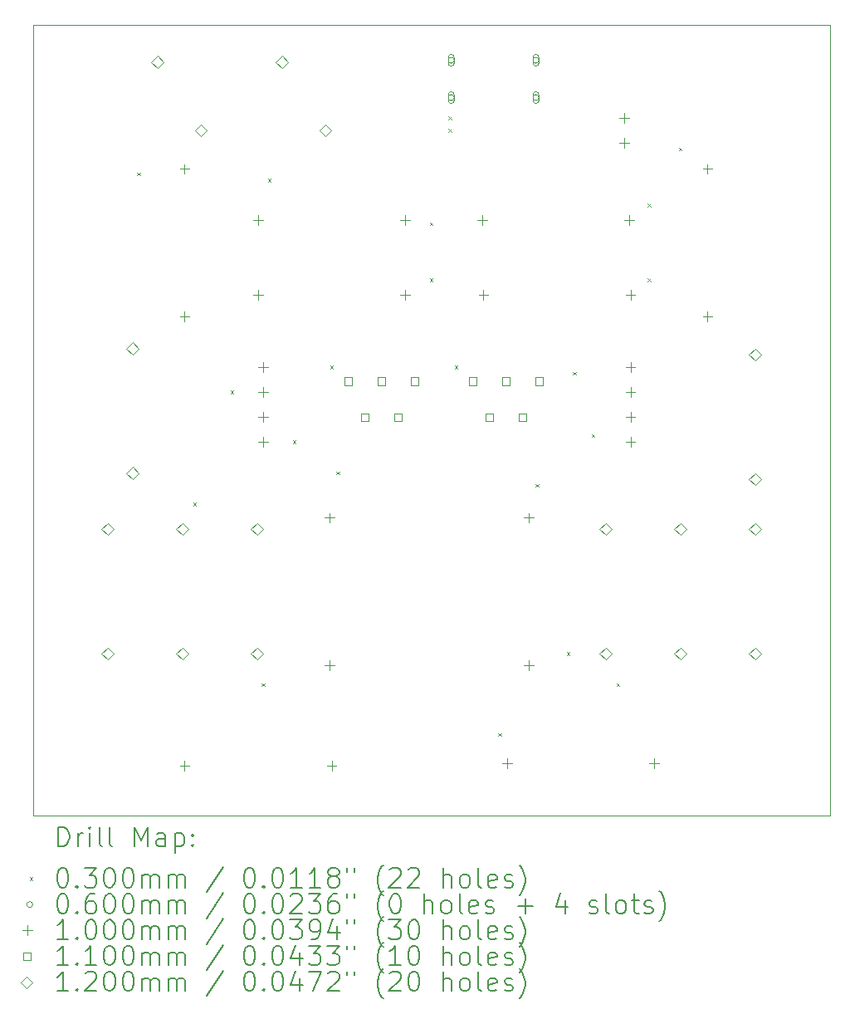
<source format=gbr>
%TF.GenerationSoftware,KiCad,Pcbnew,7.0.11-2.fc39*%
%TF.CreationDate,2024-04-27T19:46:21+02:00*%
%TF.ProjectId,tda2050-devboard,74646132-3035-4302-9d64-6576626f6172,rev?*%
%TF.SameCoordinates,Original*%
%TF.FileFunction,Drillmap*%
%TF.FilePolarity,Positive*%
%FSLAX45Y45*%
G04 Gerber Fmt 4.5, Leading zero omitted, Abs format (unit mm)*
G04 Created by KiCad (PCBNEW 7.0.11-2.fc39) date 2024-04-27 19:46:21*
%MOMM*%
%LPD*%
G01*
G04 APERTURE LIST*
%ADD10C,0.050000*%
%ADD11C,0.200000*%
%ADD12C,0.100000*%
%ADD13C,0.110000*%
%ADD14C,0.120000*%
G04 APERTURE END LIST*
D10*
X11112500Y-5842000D02*
X19240500Y-5842000D01*
X19240500Y-13906500D01*
X11112500Y-13906500D01*
X11112500Y-5842000D01*
D11*
D12*
X12177000Y-7351000D02*
X12207000Y-7381000D01*
X12207000Y-7351000D02*
X12177000Y-7381000D01*
X12748500Y-10716500D02*
X12778500Y-10746500D01*
X12778500Y-10716500D02*
X12748500Y-10746500D01*
X13129500Y-9573500D02*
X13159500Y-9603500D01*
X13159500Y-9573500D02*
X13129500Y-9603500D01*
X13447000Y-12558000D02*
X13477000Y-12588000D01*
X13477000Y-12558000D02*
X13447000Y-12588000D01*
X13510500Y-7414500D02*
X13540500Y-7444500D01*
X13540500Y-7414500D02*
X13510500Y-7444500D01*
X13764500Y-10081500D02*
X13794500Y-10111500D01*
X13794500Y-10081500D02*
X13764500Y-10111500D01*
X14145500Y-9319500D02*
X14175500Y-9349500D01*
X14175500Y-9319500D02*
X14145500Y-9349500D01*
X14209000Y-10399000D02*
X14239000Y-10429000D01*
X14239000Y-10399000D02*
X14209000Y-10429000D01*
X15161500Y-7859000D02*
X15191500Y-7889000D01*
X15191500Y-7859000D02*
X15161500Y-7889000D01*
X15161500Y-8430500D02*
X15191500Y-8460500D01*
X15191500Y-8430500D02*
X15161500Y-8460500D01*
X15352000Y-6779500D02*
X15382000Y-6809500D01*
X15382000Y-6779500D02*
X15352000Y-6809500D01*
X15352000Y-6906500D02*
X15382000Y-6936500D01*
X15382000Y-6906500D02*
X15352000Y-6936500D01*
X15415500Y-9319500D02*
X15445500Y-9349500D01*
X15445500Y-9319500D02*
X15415500Y-9349500D01*
X15860000Y-13066000D02*
X15890000Y-13096000D01*
X15890000Y-13066000D02*
X15860000Y-13096000D01*
X16241000Y-10526000D02*
X16271000Y-10556000D01*
X16271000Y-10526000D02*
X16241000Y-10556000D01*
X16558500Y-12240500D02*
X16588500Y-12270500D01*
X16588500Y-12240500D02*
X16558500Y-12270500D01*
X16622000Y-9383000D02*
X16652000Y-9413000D01*
X16652000Y-9383000D02*
X16622000Y-9413000D01*
X16812500Y-10018000D02*
X16842500Y-10048000D01*
X16842500Y-10018000D02*
X16812500Y-10048000D01*
X17066500Y-12558000D02*
X17096500Y-12588000D01*
X17096500Y-12558000D02*
X17066500Y-12588000D01*
X17384000Y-7668500D02*
X17414000Y-7698500D01*
X17414000Y-7668500D02*
X17384000Y-7698500D01*
X17384000Y-8430500D02*
X17414000Y-8460500D01*
X17414000Y-8430500D02*
X17384000Y-8460500D01*
X17701500Y-7097000D02*
X17731500Y-7127000D01*
X17731500Y-7097000D02*
X17701500Y-7127000D01*
X15409500Y-6206500D02*
G75*
G03*
X15349500Y-6206500I-30000J0D01*
G01*
X15349500Y-6206500D02*
G75*
G03*
X15409500Y-6206500I30000J0D01*
G01*
X15409500Y-6236500D02*
X15409500Y-6176500D01*
X15409500Y-6176500D02*
G75*
G03*
X15349500Y-6176500I-30000J0D01*
G01*
X15349500Y-6176500D02*
X15349500Y-6236500D01*
X15349500Y-6236500D02*
G75*
G03*
X15409500Y-6236500I30000J0D01*
G01*
X15409500Y-6586500D02*
G75*
G03*
X15349500Y-6586500I-30000J0D01*
G01*
X15349500Y-6586500D02*
G75*
G03*
X15409500Y-6586500I30000J0D01*
G01*
X15409500Y-6616500D02*
X15409500Y-6556500D01*
X15409500Y-6556500D02*
G75*
G03*
X15349500Y-6556500I-30000J0D01*
G01*
X15349500Y-6556500D02*
X15349500Y-6616500D01*
X15349500Y-6616500D02*
G75*
G03*
X15409500Y-6616500I30000J0D01*
G01*
X16273500Y-6206500D02*
G75*
G03*
X16213500Y-6206500I-30000J0D01*
G01*
X16213500Y-6206500D02*
G75*
G03*
X16273500Y-6206500I30000J0D01*
G01*
X16273500Y-6236500D02*
X16273500Y-6176500D01*
X16273500Y-6176500D02*
G75*
G03*
X16213500Y-6176500I-30000J0D01*
G01*
X16213500Y-6176500D02*
X16213500Y-6236500D01*
X16213500Y-6236500D02*
G75*
G03*
X16273500Y-6236500I30000J0D01*
G01*
X16273500Y-6586500D02*
G75*
G03*
X16213500Y-6586500I-30000J0D01*
G01*
X16213500Y-6586500D02*
G75*
G03*
X16273500Y-6586500I30000J0D01*
G01*
X16273500Y-6616500D02*
X16273500Y-6556500D01*
X16273500Y-6556500D02*
G75*
G03*
X16213500Y-6556500I-30000J0D01*
G01*
X16213500Y-6556500D02*
X16213500Y-6616500D01*
X16213500Y-6616500D02*
G75*
G03*
X16273500Y-6616500I30000J0D01*
G01*
X12660500Y-13348500D02*
X12660500Y-13448500D01*
X12610500Y-13398500D02*
X12710500Y-13398500D01*
X12660750Y-7264500D02*
X12660750Y-7364500D01*
X12610750Y-7314500D02*
X12710750Y-7314500D01*
X12660750Y-8764500D02*
X12660750Y-8864500D01*
X12610750Y-8814500D02*
X12710750Y-8814500D01*
X13410500Y-7784750D02*
X13410500Y-7884750D01*
X13360500Y-7834750D02*
X13460500Y-7834750D01*
X13410500Y-8546750D02*
X13410500Y-8646750D01*
X13360500Y-8596750D02*
X13460500Y-8596750D01*
X13462000Y-9284500D02*
X13462000Y-9384500D01*
X13412000Y-9334500D02*
X13512000Y-9334500D01*
X13462000Y-9538500D02*
X13462000Y-9638500D01*
X13412000Y-9588500D02*
X13512000Y-9588500D01*
X13462000Y-9792500D02*
X13462000Y-9892500D01*
X13412000Y-9842500D02*
X13512000Y-9842500D01*
X13462000Y-10046500D02*
X13462000Y-10146500D01*
X13412000Y-10096500D02*
X13512000Y-10096500D01*
X14136250Y-10820500D02*
X14136250Y-10920500D01*
X14086250Y-10870500D02*
X14186250Y-10870500D01*
X14136250Y-12320500D02*
X14136250Y-12420500D01*
X14086250Y-12370500D02*
X14186250Y-12370500D01*
X14160500Y-13348500D02*
X14160500Y-13448500D01*
X14110500Y-13398500D02*
X14210500Y-13398500D01*
X14910500Y-7784750D02*
X14910500Y-7884750D01*
X14860500Y-7834750D02*
X14960500Y-7834750D01*
X14910500Y-8546750D02*
X14910500Y-8646750D01*
X14860500Y-8596750D02*
X14960500Y-8596750D01*
X15696500Y-7784750D02*
X15696500Y-7884750D01*
X15646500Y-7834750D02*
X15746500Y-7834750D01*
X15708500Y-8546750D02*
X15708500Y-8646750D01*
X15658500Y-8596750D02*
X15758500Y-8596750D01*
X15950500Y-13324250D02*
X15950500Y-13424250D01*
X15900500Y-13374250D02*
X16000500Y-13374250D01*
X16168250Y-10820500D02*
X16168250Y-10920500D01*
X16118250Y-10870500D02*
X16218250Y-10870500D01*
X16168250Y-12320500D02*
X16168250Y-12420500D01*
X16118250Y-12370500D02*
X16218250Y-12370500D01*
X17145000Y-6744500D02*
X17145000Y-6844500D01*
X17095000Y-6794500D02*
X17195000Y-6794500D01*
X17145000Y-6998500D02*
X17145000Y-7098500D01*
X17095000Y-7048500D02*
X17195000Y-7048500D01*
X17196500Y-7784750D02*
X17196500Y-7884750D01*
X17146500Y-7834750D02*
X17246500Y-7834750D01*
X17208500Y-8546750D02*
X17208500Y-8646750D01*
X17158500Y-8596750D02*
X17258500Y-8596750D01*
X17208500Y-9284500D02*
X17208500Y-9384500D01*
X17158500Y-9334500D02*
X17258500Y-9334500D01*
X17208500Y-9538500D02*
X17208500Y-9638500D01*
X17158500Y-9588500D02*
X17258500Y-9588500D01*
X17208500Y-9792500D02*
X17208500Y-9892500D01*
X17158500Y-9842500D02*
X17258500Y-9842500D01*
X17208500Y-10046500D02*
X17208500Y-10146500D01*
X17158500Y-10096500D02*
X17258500Y-10096500D01*
X17450500Y-13324250D02*
X17450500Y-13424250D01*
X17400500Y-13374250D02*
X17500500Y-13374250D01*
X17994750Y-7264500D02*
X17994750Y-7364500D01*
X17944750Y-7314500D02*
X18044750Y-7314500D01*
X17994750Y-8764500D02*
X17994750Y-8864500D01*
X17944750Y-8814500D02*
X18044750Y-8814500D01*
D13*
X14367391Y-9516391D02*
X14367391Y-9438609D01*
X14289609Y-9438609D01*
X14289609Y-9516391D01*
X14367391Y-9516391D01*
X14537391Y-9886391D02*
X14537391Y-9808609D01*
X14459609Y-9808609D01*
X14459609Y-9886391D01*
X14537391Y-9886391D01*
X14707391Y-9516391D02*
X14707391Y-9438609D01*
X14629609Y-9438609D01*
X14629609Y-9516391D01*
X14707391Y-9516391D01*
X14877391Y-9886391D02*
X14877391Y-9808609D01*
X14799609Y-9808609D01*
X14799609Y-9886391D01*
X14877391Y-9886391D01*
X15047391Y-9516391D02*
X15047391Y-9438609D01*
X14969609Y-9438609D01*
X14969609Y-9516391D01*
X15047391Y-9516391D01*
X15637391Y-9516391D02*
X15637391Y-9438609D01*
X15559609Y-9438609D01*
X15559609Y-9516391D01*
X15637391Y-9516391D01*
X15807391Y-9886391D02*
X15807391Y-9808609D01*
X15729609Y-9808609D01*
X15729609Y-9886391D01*
X15807391Y-9886391D01*
X15977391Y-9516391D02*
X15977391Y-9438609D01*
X15899609Y-9438609D01*
X15899609Y-9516391D01*
X15977391Y-9516391D01*
X16147391Y-9886391D02*
X16147391Y-9808609D01*
X16069609Y-9808609D01*
X16069609Y-9886391D01*
X16147391Y-9886391D01*
X16317391Y-9516391D02*
X16317391Y-9438609D01*
X16239609Y-9438609D01*
X16239609Y-9516391D01*
X16317391Y-9516391D01*
D14*
X11874500Y-11045500D02*
X11934500Y-10985500D01*
X11874500Y-10925500D01*
X11814500Y-10985500D01*
X11874500Y-11045500D01*
X11874500Y-12315500D02*
X11934500Y-12255500D01*
X11874500Y-12195500D01*
X11814500Y-12255500D01*
X11874500Y-12315500D01*
X12128500Y-9204000D02*
X12188500Y-9144000D01*
X12128500Y-9084000D01*
X12068500Y-9144000D01*
X12128500Y-9204000D01*
X12128500Y-10474000D02*
X12188500Y-10414000D01*
X12128500Y-10354000D01*
X12068500Y-10414000D01*
X12128500Y-10474000D01*
X12382500Y-6283000D02*
X12442500Y-6223000D01*
X12382500Y-6163000D01*
X12322500Y-6223000D01*
X12382500Y-6283000D01*
X12636500Y-11045500D02*
X12696500Y-10985500D01*
X12636500Y-10925500D01*
X12576500Y-10985500D01*
X12636500Y-11045500D01*
X12636500Y-12315500D02*
X12696500Y-12255500D01*
X12636500Y-12195500D01*
X12576500Y-12255500D01*
X12636500Y-12315500D01*
X12827000Y-6981500D02*
X12887000Y-6921500D01*
X12827000Y-6861500D01*
X12767000Y-6921500D01*
X12827000Y-6981500D01*
X13398500Y-11045500D02*
X13458500Y-10985500D01*
X13398500Y-10925500D01*
X13338500Y-10985500D01*
X13398500Y-11045500D01*
X13398500Y-12315500D02*
X13458500Y-12255500D01*
X13398500Y-12195500D01*
X13338500Y-12255500D01*
X13398500Y-12315500D01*
X13652500Y-6283000D02*
X13712500Y-6223000D01*
X13652500Y-6163000D01*
X13592500Y-6223000D01*
X13652500Y-6283000D01*
X14097000Y-6981500D02*
X14157000Y-6921500D01*
X14097000Y-6861500D01*
X14037000Y-6921500D01*
X14097000Y-6981500D01*
X16954500Y-11045500D02*
X17014500Y-10985500D01*
X16954500Y-10925500D01*
X16894500Y-10985500D01*
X16954500Y-11045500D01*
X16954500Y-12315500D02*
X17014500Y-12255500D01*
X16954500Y-12195500D01*
X16894500Y-12255500D01*
X16954500Y-12315500D01*
X17716500Y-11045500D02*
X17776500Y-10985500D01*
X17716500Y-10925500D01*
X17656500Y-10985500D01*
X17716500Y-11045500D01*
X17716500Y-12315500D02*
X17776500Y-12255500D01*
X17716500Y-12195500D01*
X17656500Y-12255500D01*
X17716500Y-12315500D01*
X18478500Y-9267500D02*
X18538500Y-9207500D01*
X18478500Y-9147500D01*
X18418500Y-9207500D01*
X18478500Y-9267500D01*
X18478500Y-10537500D02*
X18538500Y-10477500D01*
X18478500Y-10417500D01*
X18418500Y-10477500D01*
X18478500Y-10537500D01*
X18478500Y-11045500D02*
X18538500Y-10985500D01*
X18478500Y-10925500D01*
X18418500Y-10985500D01*
X18478500Y-11045500D01*
X18478500Y-12315500D02*
X18538500Y-12255500D01*
X18478500Y-12195500D01*
X18418500Y-12255500D01*
X18478500Y-12315500D01*
D11*
X11370777Y-14220484D02*
X11370777Y-14020484D01*
X11370777Y-14020484D02*
X11418396Y-14020484D01*
X11418396Y-14020484D02*
X11446967Y-14030008D01*
X11446967Y-14030008D02*
X11466015Y-14049055D01*
X11466015Y-14049055D02*
X11475539Y-14068103D01*
X11475539Y-14068103D02*
X11485062Y-14106198D01*
X11485062Y-14106198D02*
X11485062Y-14134769D01*
X11485062Y-14134769D02*
X11475539Y-14172865D01*
X11475539Y-14172865D02*
X11466015Y-14191912D01*
X11466015Y-14191912D02*
X11446967Y-14210960D01*
X11446967Y-14210960D02*
X11418396Y-14220484D01*
X11418396Y-14220484D02*
X11370777Y-14220484D01*
X11570777Y-14220484D02*
X11570777Y-14087150D01*
X11570777Y-14125246D02*
X11580301Y-14106198D01*
X11580301Y-14106198D02*
X11589824Y-14096674D01*
X11589824Y-14096674D02*
X11608872Y-14087150D01*
X11608872Y-14087150D02*
X11627920Y-14087150D01*
X11694586Y-14220484D02*
X11694586Y-14087150D01*
X11694586Y-14020484D02*
X11685062Y-14030008D01*
X11685062Y-14030008D02*
X11694586Y-14039531D01*
X11694586Y-14039531D02*
X11704110Y-14030008D01*
X11704110Y-14030008D02*
X11694586Y-14020484D01*
X11694586Y-14020484D02*
X11694586Y-14039531D01*
X11818396Y-14220484D02*
X11799348Y-14210960D01*
X11799348Y-14210960D02*
X11789824Y-14191912D01*
X11789824Y-14191912D02*
X11789824Y-14020484D01*
X11923158Y-14220484D02*
X11904110Y-14210960D01*
X11904110Y-14210960D02*
X11894586Y-14191912D01*
X11894586Y-14191912D02*
X11894586Y-14020484D01*
X12151729Y-14220484D02*
X12151729Y-14020484D01*
X12151729Y-14020484D02*
X12218396Y-14163341D01*
X12218396Y-14163341D02*
X12285062Y-14020484D01*
X12285062Y-14020484D02*
X12285062Y-14220484D01*
X12466015Y-14220484D02*
X12466015Y-14115722D01*
X12466015Y-14115722D02*
X12456491Y-14096674D01*
X12456491Y-14096674D02*
X12437443Y-14087150D01*
X12437443Y-14087150D02*
X12399348Y-14087150D01*
X12399348Y-14087150D02*
X12380301Y-14096674D01*
X12466015Y-14210960D02*
X12446967Y-14220484D01*
X12446967Y-14220484D02*
X12399348Y-14220484D01*
X12399348Y-14220484D02*
X12380301Y-14210960D01*
X12380301Y-14210960D02*
X12370777Y-14191912D01*
X12370777Y-14191912D02*
X12370777Y-14172865D01*
X12370777Y-14172865D02*
X12380301Y-14153817D01*
X12380301Y-14153817D02*
X12399348Y-14144293D01*
X12399348Y-14144293D02*
X12446967Y-14144293D01*
X12446967Y-14144293D02*
X12466015Y-14134769D01*
X12561253Y-14087150D02*
X12561253Y-14287150D01*
X12561253Y-14096674D02*
X12580301Y-14087150D01*
X12580301Y-14087150D02*
X12618396Y-14087150D01*
X12618396Y-14087150D02*
X12637443Y-14096674D01*
X12637443Y-14096674D02*
X12646967Y-14106198D01*
X12646967Y-14106198D02*
X12656491Y-14125246D01*
X12656491Y-14125246D02*
X12656491Y-14182388D01*
X12656491Y-14182388D02*
X12646967Y-14201436D01*
X12646967Y-14201436D02*
X12637443Y-14210960D01*
X12637443Y-14210960D02*
X12618396Y-14220484D01*
X12618396Y-14220484D02*
X12580301Y-14220484D01*
X12580301Y-14220484D02*
X12561253Y-14210960D01*
X12742205Y-14201436D02*
X12751729Y-14210960D01*
X12751729Y-14210960D02*
X12742205Y-14220484D01*
X12742205Y-14220484D02*
X12732682Y-14210960D01*
X12732682Y-14210960D02*
X12742205Y-14201436D01*
X12742205Y-14201436D02*
X12742205Y-14220484D01*
X12742205Y-14096674D02*
X12751729Y-14106198D01*
X12751729Y-14106198D02*
X12742205Y-14115722D01*
X12742205Y-14115722D02*
X12732682Y-14106198D01*
X12732682Y-14106198D02*
X12742205Y-14096674D01*
X12742205Y-14096674D02*
X12742205Y-14115722D01*
D12*
X11080000Y-14534000D02*
X11110000Y-14564000D01*
X11110000Y-14534000D02*
X11080000Y-14564000D01*
D11*
X11408872Y-14440484D02*
X11427920Y-14440484D01*
X11427920Y-14440484D02*
X11446967Y-14450008D01*
X11446967Y-14450008D02*
X11456491Y-14459531D01*
X11456491Y-14459531D02*
X11466015Y-14478579D01*
X11466015Y-14478579D02*
X11475539Y-14516674D01*
X11475539Y-14516674D02*
X11475539Y-14564293D01*
X11475539Y-14564293D02*
X11466015Y-14602388D01*
X11466015Y-14602388D02*
X11456491Y-14621436D01*
X11456491Y-14621436D02*
X11446967Y-14630960D01*
X11446967Y-14630960D02*
X11427920Y-14640484D01*
X11427920Y-14640484D02*
X11408872Y-14640484D01*
X11408872Y-14640484D02*
X11389824Y-14630960D01*
X11389824Y-14630960D02*
X11380301Y-14621436D01*
X11380301Y-14621436D02*
X11370777Y-14602388D01*
X11370777Y-14602388D02*
X11361253Y-14564293D01*
X11361253Y-14564293D02*
X11361253Y-14516674D01*
X11361253Y-14516674D02*
X11370777Y-14478579D01*
X11370777Y-14478579D02*
X11380301Y-14459531D01*
X11380301Y-14459531D02*
X11389824Y-14450008D01*
X11389824Y-14450008D02*
X11408872Y-14440484D01*
X11561253Y-14621436D02*
X11570777Y-14630960D01*
X11570777Y-14630960D02*
X11561253Y-14640484D01*
X11561253Y-14640484D02*
X11551729Y-14630960D01*
X11551729Y-14630960D02*
X11561253Y-14621436D01*
X11561253Y-14621436D02*
X11561253Y-14640484D01*
X11637443Y-14440484D02*
X11761253Y-14440484D01*
X11761253Y-14440484D02*
X11694586Y-14516674D01*
X11694586Y-14516674D02*
X11723158Y-14516674D01*
X11723158Y-14516674D02*
X11742205Y-14526198D01*
X11742205Y-14526198D02*
X11751729Y-14535722D01*
X11751729Y-14535722D02*
X11761253Y-14554769D01*
X11761253Y-14554769D02*
X11761253Y-14602388D01*
X11761253Y-14602388D02*
X11751729Y-14621436D01*
X11751729Y-14621436D02*
X11742205Y-14630960D01*
X11742205Y-14630960D02*
X11723158Y-14640484D01*
X11723158Y-14640484D02*
X11666015Y-14640484D01*
X11666015Y-14640484D02*
X11646967Y-14630960D01*
X11646967Y-14630960D02*
X11637443Y-14621436D01*
X11885062Y-14440484D02*
X11904110Y-14440484D01*
X11904110Y-14440484D02*
X11923158Y-14450008D01*
X11923158Y-14450008D02*
X11932682Y-14459531D01*
X11932682Y-14459531D02*
X11942205Y-14478579D01*
X11942205Y-14478579D02*
X11951729Y-14516674D01*
X11951729Y-14516674D02*
X11951729Y-14564293D01*
X11951729Y-14564293D02*
X11942205Y-14602388D01*
X11942205Y-14602388D02*
X11932682Y-14621436D01*
X11932682Y-14621436D02*
X11923158Y-14630960D01*
X11923158Y-14630960D02*
X11904110Y-14640484D01*
X11904110Y-14640484D02*
X11885062Y-14640484D01*
X11885062Y-14640484D02*
X11866015Y-14630960D01*
X11866015Y-14630960D02*
X11856491Y-14621436D01*
X11856491Y-14621436D02*
X11846967Y-14602388D01*
X11846967Y-14602388D02*
X11837443Y-14564293D01*
X11837443Y-14564293D02*
X11837443Y-14516674D01*
X11837443Y-14516674D02*
X11846967Y-14478579D01*
X11846967Y-14478579D02*
X11856491Y-14459531D01*
X11856491Y-14459531D02*
X11866015Y-14450008D01*
X11866015Y-14450008D02*
X11885062Y-14440484D01*
X12075539Y-14440484D02*
X12094586Y-14440484D01*
X12094586Y-14440484D02*
X12113634Y-14450008D01*
X12113634Y-14450008D02*
X12123158Y-14459531D01*
X12123158Y-14459531D02*
X12132682Y-14478579D01*
X12132682Y-14478579D02*
X12142205Y-14516674D01*
X12142205Y-14516674D02*
X12142205Y-14564293D01*
X12142205Y-14564293D02*
X12132682Y-14602388D01*
X12132682Y-14602388D02*
X12123158Y-14621436D01*
X12123158Y-14621436D02*
X12113634Y-14630960D01*
X12113634Y-14630960D02*
X12094586Y-14640484D01*
X12094586Y-14640484D02*
X12075539Y-14640484D01*
X12075539Y-14640484D02*
X12056491Y-14630960D01*
X12056491Y-14630960D02*
X12046967Y-14621436D01*
X12046967Y-14621436D02*
X12037443Y-14602388D01*
X12037443Y-14602388D02*
X12027920Y-14564293D01*
X12027920Y-14564293D02*
X12027920Y-14516674D01*
X12027920Y-14516674D02*
X12037443Y-14478579D01*
X12037443Y-14478579D02*
X12046967Y-14459531D01*
X12046967Y-14459531D02*
X12056491Y-14450008D01*
X12056491Y-14450008D02*
X12075539Y-14440484D01*
X12227920Y-14640484D02*
X12227920Y-14507150D01*
X12227920Y-14526198D02*
X12237443Y-14516674D01*
X12237443Y-14516674D02*
X12256491Y-14507150D01*
X12256491Y-14507150D02*
X12285063Y-14507150D01*
X12285063Y-14507150D02*
X12304110Y-14516674D01*
X12304110Y-14516674D02*
X12313634Y-14535722D01*
X12313634Y-14535722D02*
X12313634Y-14640484D01*
X12313634Y-14535722D02*
X12323158Y-14516674D01*
X12323158Y-14516674D02*
X12342205Y-14507150D01*
X12342205Y-14507150D02*
X12370777Y-14507150D01*
X12370777Y-14507150D02*
X12389824Y-14516674D01*
X12389824Y-14516674D02*
X12399348Y-14535722D01*
X12399348Y-14535722D02*
X12399348Y-14640484D01*
X12494586Y-14640484D02*
X12494586Y-14507150D01*
X12494586Y-14526198D02*
X12504110Y-14516674D01*
X12504110Y-14516674D02*
X12523158Y-14507150D01*
X12523158Y-14507150D02*
X12551729Y-14507150D01*
X12551729Y-14507150D02*
X12570777Y-14516674D01*
X12570777Y-14516674D02*
X12580301Y-14535722D01*
X12580301Y-14535722D02*
X12580301Y-14640484D01*
X12580301Y-14535722D02*
X12589824Y-14516674D01*
X12589824Y-14516674D02*
X12608872Y-14507150D01*
X12608872Y-14507150D02*
X12637443Y-14507150D01*
X12637443Y-14507150D02*
X12656491Y-14516674D01*
X12656491Y-14516674D02*
X12666015Y-14535722D01*
X12666015Y-14535722D02*
X12666015Y-14640484D01*
X13056491Y-14430960D02*
X12885063Y-14688103D01*
X13313634Y-14440484D02*
X13332682Y-14440484D01*
X13332682Y-14440484D02*
X13351729Y-14450008D01*
X13351729Y-14450008D02*
X13361253Y-14459531D01*
X13361253Y-14459531D02*
X13370777Y-14478579D01*
X13370777Y-14478579D02*
X13380301Y-14516674D01*
X13380301Y-14516674D02*
X13380301Y-14564293D01*
X13380301Y-14564293D02*
X13370777Y-14602388D01*
X13370777Y-14602388D02*
X13361253Y-14621436D01*
X13361253Y-14621436D02*
X13351729Y-14630960D01*
X13351729Y-14630960D02*
X13332682Y-14640484D01*
X13332682Y-14640484D02*
X13313634Y-14640484D01*
X13313634Y-14640484D02*
X13294586Y-14630960D01*
X13294586Y-14630960D02*
X13285063Y-14621436D01*
X13285063Y-14621436D02*
X13275539Y-14602388D01*
X13275539Y-14602388D02*
X13266015Y-14564293D01*
X13266015Y-14564293D02*
X13266015Y-14516674D01*
X13266015Y-14516674D02*
X13275539Y-14478579D01*
X13275539Y-14478579D02*
X13285063Y-14459531D01*
X13285063Y-14459531D02*
X13294586Y-14450008D01*
X13294586Y-14450008D02*
X13313634Y-14440484D01*
X13466015Y-14621436D02*
X13475539Y-14630960D01*
X13475539Y-14630960D02*
X13466015Y-14640484D01*
X13466015Y-14640484D02*
X13456491Y-14630960D01*
X13456491Y-14630960D02*
X13466015Y-14621436D01*
X13466015Y-14621436D02*
X13466015Y-14640484D01*
X13599348Y-14440484D02*
X13618396Y-14440484D01*
X13618396Y-14440484D02*
X13637444Y-14450008D01*
X13637444Y-14450008D02*
X13646967Y-14459531D01*
X13646967Y-14459531D02*
X13656491Y-14478579D01*
X13656491Y-14478579D02*
X13666015Y-14516674D01*
X13666015Y-14516674D02*
X13666015Y-14564293D01*
X13666015Y-14564293D02*
X13656491Y-14602388D01*
X13656491Y-14602388D02*
X13646967Y-14621436D01*
X13646967Y-14621436D02*
X13637444Y-14630960D01*
X13637444Y-14630960D02*
X13618396Y-14640484D01*
X13618396Y-14640484D02*
X13599348Y-14640484D01*
X13599348Y-14640484D02*
X13580301Y-14630960D01*
X13580301Y-14630960D02*
X13570777Y-14621436D01*
X13570777Y-14621436D02*
X13561253Y-14602388D01*
X13561253Y-14602388D02*
X13551729Y-14564293D01*
X13551729Y-14564293D02*
X13551729Y-14516674D01*
X13551729Y-14516674D02*
X13561253Y-14478579D01*
X13561253Y-14478579D02*
X13570777Y-14459531D01*
X13570777Y-14459531D02*
X13580301Y-14450008D01*
X13580301Y-14450008D02*
X13599348Y-14440484D01*
X13856491Y-14640484D02*
X13742206Y-14640484D01*
X13799348Y-14640484D02*
X13799348Y-14440484D01*
X13799348Y-14440484D02*
X13780301Y-14469055D01*
X13780301Y-14469055D02*
X13761253Y-14488103D01*
X13761253Y-14488103D02*
X13742206Y-14497627D01*
X14046967Y-14640484D02*
X13932682Y-14640484D01*
X13989825Y-14640484D02*
X13989825Y-14440484D01*
X13989825Y-14440484D02*
X13970777Y-14469055D01*
X13970777Y-14469055D02*
X13951729Y-14488103D01*
X13951729Y-14488103D02*
X13932682Y-14497627D01*
X14161253Y-14526198D02*
X14142206Y-14516674D01*
X14142206Y-14516674D02*
X14132682Y-14507150D01*
X14132682Y-14507150D02*
X14123158Y-14488103D01*
X14123158Y-14488103D02*
X14123158Y-14478579D01*
X14123158Y-14478579D02*
X14132682Y-14459531D01*
X14132682Y-14459531D02*
X14142206Y-14450008D01*
X14142206Y-14450008D02*
X14161253Y-14440484D01*
X14161253Y-14440484D02*
X14199348Y-14440484D01*
X14199348Y-14440484D02*
X14218396Y-14450008D01*
X14218396Y-14450008D02*
X14227920Y-14459531D01*
X14227920Y-14459531D02*
X14237444Y-14478579D01*
X14237444Y-14478579D02*
X14237444Y-14488103D01*
X14237444Y-14488103D02*
X14227920Y-14507150D01*
X14227920Y-14507150D02*
X14218396Y-14516674D01*
X14218396Y-14516674D02*
X14199348Y-14526198D01*
X14199348Y-14526198D02*
X14161253Y-14526198D01*
X14161253Y-14526198D02*
X14142206Y-14535722D01*
X14142206Y-14535722D02*
X14132682Y-14545246D01*
X14132682Y-14545246D02*
X14123158Y-14564293D01*
X14123158Y-14564293D02*
X14123158Y-14602388D01*
X14123158Y-14602388D02*
X14132682Y-14621436D01*
X14132682Y-14621436D02*
X14142206Y-14630960D01*
X14142206Y-14630960D02*
X14161253Y-14640484D01*
X14161253Y-14640484D02*
X14199348Y-14640484D01*
X14199348Y-14640484D02*
X14218396Y-14630960D01*
X14218396Y-14630960D02*
X14227920Y-14621436D01*
X14227920Y-14621436D02*
X14237444Y-14602388D01*
X14237444Y-14602388D02*
X14237444Y-14564293D01*
X14237444Y-14564293D02*
X14227920Y-14545246D01*
X14227920Y-14545246D02*
X14218396Y-14535722D01*
X14218396Y-14535722D02*
X14199348Y-14526198D01*
X14313634Y-14440484D02*
X14313634Y-14478579D01*
X14389825Y-14440484D02*
X14389825Y-14478579D01*
X14685063Y-14716674D02*
X14675539Y-14707150D01*
X14675539Y-14707150D02*
X14656491Y-14678579D01*
X14656491Y-14678579D02*
X14646968Y-14659531D01*
X14646968Y-14659531D02*
X14637444Y-14630960D01*
X14637444Y-14630960D02*
X14627920Y-14583341D01*
X14627920Y-14583341D02*
X14627920Y-14545246D01*
X14627920Y-14545246D02*
X14637444Y-14497627D01*
X14637444Y-14497627D02*
X14646968Y-14469055D01*
X14646968Y-14469055D02*
X14656491Y-14450008D01*
X14656491Y-14450008D02*
X14675539Y-14421436D01*
X14675539Y-14421436D02*
X14685063Y-14411912D01*
X14751729Y-14459531D02*
X14761253Y-14450008D01*
X14761253Y-14450008D02*
X14780301Y-14440484D01*
X14780301Y-14440484D02*
X14827920Y-14440484D01*
X14827920Y-14440484D02*
X14846968Y-14450008D01*
X14846968Y-14450008D02*
X14856491Y-14459531D01*
X14856491Y-14459531D02*
X14866015Y-14478579D01*
X14866015Y-14478579D02*
X14866015Y-14497627D01*
X14866015Y-14497627D02*
X14856491Y-14526198D01*
X14856491Y-14526198D02*
X14742206Y-14640484D01*
X14742206Y-14640484D02*
X14866015Y-14640484D01*
X14942206Y-14459531D02*
X14951729Y-14450008D01*
X14951729Y-14450008D02*
X14970777Y-14440484D01*
X14970777Y-14440484D02*
X15018396Y-14440484D01*
X15018396Y-14440484D02*
X15037444Y-14450008D01*
X15037444Y-14450008D02*
X15046968Y-14459531D01*
X15046968Y-14459531D02*
X15056491Y-14478579D01*
X15056491Y-14478579D02*
X15056491Y-14497627D01*
X15056491Y-14497627D02*
X15046968Y-14526198D01*
X15046968Y-14526198D02*
X14932682Y-14640484D01*
X14932682Y-14640484D02*
X15056491Y-14640484D01*
X15294587Y-14640484D02*
X15294587Y-14440484D01*
X15380301Y-14640484D02*
X15380301Y-14535722D01*
X15380301Y-14535722D02*
X15370777Y-14516674D01*
X15370777Y-14516674D02*
X15351730Y-14507150D01*
X15351730Y-14507150D02*
X15323158Y-14507150D01*
X15323158Y-14507150D02*
X15304110Y-14516674D01*
X15304110Y-14516674D02*
X15294587Y-14526198D01*
X15504110Y-14640484D02*
X15485063Y-14630960D01*
X15485063Y-14630960D02*
X15475539Y-14621436D01*
X15475539Y-14621436D02*
X15466015Y-14602388D01*
X15466015Y-14602388D02*
X15466015Y-14545246D01*
X15466015Y-14545246D02*
X15475539Y-14526198D01*
X15475539Y-14526198D02*
X15485063Y-14516674D01*
X15485063Y-14516674D02*
X15504110Y-14507150D01*
X15504110Y-14507150D02*
X15532682Y-14507150D01*
X15532682Y-14507150D02*
X15551730Y-14516674D01*
X15551730Y-14516674D02*
X15561253Y-14526198D01*
X15561253Y-14526198D02*
X15570777Y-14545246D01*
X15570777Y-14545246D02*
X15570777Y-14602388D01*
X15570777Y-14602388D02*
X15561253Y-14621436D01*
X15561253Y-14621436D02*
X15551730Y-14630960D01*
X15551730Y-14630960D02*
X15532682Y-14640484D01*
X15532682Y-14640484D02*
X15504110Y-14640484D01*
X15685063Y-14640484D02*
X15666015Y-14630960D01*
X15666015Y-14630960D02*
X15656491Y-14611912D01*
X15656491Y-14611912D02*
X15656491Y-14440484D01*
X15837444Y-14630960D02*
X15818396Y-14640484D01*
X15818396Y-14640484D02*
X15780301Y-14640484D01*
X15780301Y-14640484D02*
X15761253Y-14630960D01*
X15761253Y-14630960D02*
X15751730Y-14611912D01*
X15751730Y-14611912D02*
X15751730Y-14535722D01*
X15751730Y-14535722D02*
X15761253Y-14516674D01*
X15761253Y-14516674D02*
X15780301Y-14507150D01*
X15780301Y-14507150D02*
X15818396Y-14507150D01*
X15818396Y-14507150D02*
X15837444Y-14516674D01*
X15837444Y-14516674D02*
X15846968Y-14535722D01*
X15846968Y-14535722D02*
X15846968Y-14554769D01*
X15846968Y-14554769D02*
X15751730Y-14573817D01*
X15923158Y-14630960D02*
X15942206Y-14640484D01*
X15942206Y-14640484D02*
X15980301Y-14640484D01*
X15980301Y-14640484D02*
X15999349Y-14630960D01*
X15999349Y-14630960D02*
X16008872Y-14611912D01*
X16008872Y-14611912D02*
X16008872Y-14602388D01*
X16008872Y-14602388D02*
X15999349Y-14583341D01*
X15999349Y-14583341D02*
X15980301Y-14573817D01*
X15980301Y-14573817D02*
X15951730Y-14573817D01*
X15951730Y-14573817D02*
X15932682Y-14564293D01*
X15932682Y-14564293D02*
X15923158Y-14545246D01*
X15923158Y-14545246D02*
X15923158Y-14535722D01*
X15923158Y-14535722D02*
X15932682Y-14516674D01*
X15932682Y-14516674D02*
X15951730Y-14507150D01*
X15951730Y-14507150D02*
X15980301Y-14507150D01*
X15980301Y-14507150D02*
X15999349Y-14516674D01*
X16075539Y-14716674D02*
X16085063Y-14707150D01*
X16085063Y-14707150D02*
X16104111Y-14678579D01*
X16104111Y-14678579D02*
X16113634Y-14659531D01*
X16113634Y-14659531D02*
X16123158Y-14630960D01*
X16123158Y-14630960D02*
X16132682Y-14583341D01*
X16132682Y-14583341D02*
X16132682Y-14545246D01*
X16132682Y-14545246D02*
X16123158Y-14497627D01*
X16123158Y-14497627D02*
X16113634Y-14469055D01*
X16113634Y-14469055D02*
X16104111Y-14450008D01*
X16104111Y-14450008D02*
X16085063Y-14421436D01*
X16085063Y-14421436D02*
X16075539Y-14411912D01*
D12*
X11110000Y-14813000D02*
G75*
G03*
X11050000Y-14813000I-30000J0D01*
G01*
X11050000Y-14813000D02*
G75*
G03*
X11110000Y-14813000I30000J0D01*
G01*
D11*
X11408872Y-14704484D02*
X11427920Y-14704484D01*
X11427920Y-14704484D02*
X11446967Y-14714008D01*
X11446967Y-14714008D02*
X11456491Y-14723531D01*
X11456491Y-14723531D02*
X11466015Y-14742579D01*
X11466015Y-14742579D02*
X11475539Y-14780674D01*
X11475539Y-14780674D02*
X11475539Y-14828293D01*
X11475539Y-14828293D02*
X11466015Y-14866388D01*
X11466015Y-14866388D02*
X11456491Y-14885436D01*
X11456491Y-14885436D02*
X11446967Y-14894960D01*
X11446967Y-14894960D02*
X11427920Y-14904484D01*
X11427920Y-14904484D02*
X11408872Y-14904484D01*
X11408872Y-14904484D02*
X11389824Y-14894960D01*
X11389824Y-14894960D02*
X11380301Y-14885436D01*
X11380301Y-14885436D02*
X11370777Y-14866388D01*
X11370777Y-14866388D02*
X11361253Y-14828293D01*
X11361253Y-14828293D02*
X11361253Y-14780674D01*
X11361253Y-14780674D02*
X11370777Y-14742579D01*
X11370777Y-14742579D02*
X11380301Y-14723531D01*
X11380301Y-14723531D02*
X11389824Y-14714008D01*
X11389824Y-14714008D02*
X11408872Y-14704484D01*
X11561253Y-14885436D02*
X11570777Y-14894960D01*
X11570777Y-14894960D02*
X11561253Y-14904484D01*
X11561253Y-14904484D02*
X11551729Y-14894960D01*
X11551729Y-14894960D02*
X11561253Y-14885436D01*
X11561253Y-14885436D02*
X11561253Y-14904484D01*
X11742205Y-14704484D02*
X11704110Y-14704484D01*
X11704110Y-14704484D02*
X11685062Y-14714008D01*
X11685062Y-14714008D02*
X11675539Y-14723531D01*
X11675539Y-14723531D02*
X11656491Y-14752103D01*
X11656491Y-14752103D02*
X11646967Y-14790198D01*
X11646967Y-14790198D02*
X11646967Y-14866388D01*
X11646967Y-14866388D02*
X11656491Y-14885436D01*
X11656491Y-14885436D02*
X11666015Y-14894960D01*
X11666015Y-14894960D02*
X11685062Y-14904484D01*
X11685062Y-14904484D02*
X11723158Y-14904484D01*
X11723158Y-14904484D02*
X11742205Y-14894960D01*
X11742205Y-14894960D02*
X11751729Y-14885436D01*
X11751729Y-14885436D02*
X11761253Y-14866388D01*
X11761253Y-14866388D02*
X11761253Y-14818769D01*
X11761253Y-14818769D02*
X11751729Y-14799722D01*
X11751729Y-14799722D02*
X11742205Y-14790198D01*
X11742205Y-14790198D02*
X11723158Y-14780674D01*
X11723158Y-14780674D02*
X11685062Y-14780674D01*
X11685062Y-14780674D02*
X11666015Y-14790198D01*
X11666015Y-14790198D02*
X11656491Y-14799722D01*
X11656491Y-14799722D02*
X11646967Y-14818769D01*
X11885062Y-14704484D02*
X11904110Y-14704484D01*
X11904110Y-14704484D02*
X11923158Y-14714008D01*
X11923158Y-14714008D02*
X11932682Y-14723531D01*
X11932682Y-14723531D02*
X11942205Y-14742579D01*
X11942205Y-14742579D02*
X11951729Y-14780674D01*
X11951729Y-14780674D02*
X11951729Y-14828293D01*
X11951729Y-14828293D02*
X11942205Y-14866388D01*
X11942205Y-14866388D02*
X11932682Y-14885436D01*
X11932682Y-14885436D02*
X11923158Y-14894960D01*
X11923158Y-14894960D02*
X11904110Y-14904484D01*
X11904110Y-14904484D02*
X11885062Y-14904484D01*
X11885062Y-14904484D02*
X11866015Y-14894960D01*
X11866015Y-14894960D02*
X11856491Y-14885436D01*
X11856491Y-14885436D02*
X11846967Y-14866388D01*
X11846967Y-14866388D02*
X11837443Y-14828293D01*
X11837443Y-14828293D02*
X11837443Y-14780674D01*
X11837443Y-14780674D02*
X11846967Y-14742579D01*
X11846967Y-14742579D02*
X11856491Y-14723531D01*
X11856491Y-14723531D02*
X11866015Y-14714008D01*
X11866015Y-14714008D02*
X11885062Y-14704484D01*
X12075539Y-14704484D02*
X12094586Y-14704484D01*
X12094586Y-14704484D02*
X12113634Y-14714008D01*
X12113634Y-14714008D02*
X12123158Y-14723531D01*
X12123158Y-14723531D02*
X12132682Y-14742579D01*
X12132682Y-14742579D02*
X12142205Y-14780674D01*
X12142205Y-14780674D02*
X12142205Y-14828293D01*
X12142205Y-14828293D02*
X12132682Y-14866388D01*
X12132682Y-14866388D02*
X12123158Y-14885436D01*
X12123158Y-14885436D02*
X12113634Y-14894960D01*
X12113634Y-14894960D02*
X12094586Y-14904484D01*
X12094586Y-14904484D02*
X12075539Y-14904484D01*
X12075539Y-14904484D02*
X12056491Y-14894960D01*
X12056491Y-14894960D02*
X12046967Y-14885436D01*
X12046967Y-14885436D02*
X12037443Y-14866388D01*
X12037443Y-14866388D02*
X12027920Y-14828293D01*
X12027920Y-14828293D02*
X12027920Y-14780674D01*
X12027920Y-14780674D02*
X12037443Y-14742579D01*
X12037443Y-14742579D02*
X12046967Y-14723531D01*
X12046967Y-14723531D02*
X12056491Y-14714008D01*
X12056491Y-14714008D02*
X12075539Y-14704484D01*
X12227920Y-14904484D02*
X12227920Y-14771150D01*
X12227920Y-14790198D02*
X12237443Y-14780674D01*
X12237443Y-14780674D02*
X12256491Y-14771150D01*
X12256491Y-14771150D02*
X12285063Y-14771150D01*
X12285063Y-14771150D02*
X12304110Y-14780674D01*
X12304110Y-14780674D02*
X12313634Y-14799722D01*
X12313634Y-14799722D02*
X12313634Y-14904484D01*
X12313634Y-14799722D02*
X12323158Y-14780674D01*
X12323158Y-14780674D02*
X12342205Y-14771150D01*
X12342205Y-14771150D02*
X12370777Y-14771150D01*
X12370777Y-14771150D02*
X12389824Y-14780674D01*
X12389824Y-14780674D02*
X12399348Y-14799722D01*
X12399348Y-14799722D02*
X12399348Y-14904484D01*
X12494586Y-14904484D02*
X12494586Y-14771150D01*
X12494586Y-14790198D02*
X12504110Y-14780674D01*
X12504110Y-14780674D02*
X12523158Y-14771150D01*
X12523158Y-14771150D02*
X12551729Y-14771150D01*
X12551729Y-14771150D02*
X12570777Y-14780674D01*
X12570777Y-14780674D02*
X12580301Y-14799722D01*
X12580301Y-14799722D02*
X12580301Y-14904484D01*
X12580301Y-14799722D02*
X12589824Y-14780674D01*
X12589824Y-14780674D02*
X12608872Y-14771150D01*
X12608872Y-14771150D02*
X12637443Y-14771150D01*
X12637443Y-14771150D02*
X12656491Y-14780674D01*
X12656491Y-14780674D02*
X12666015Y-14799722D01*
X12666015Y-14799722D02*
X12666015Y-14904484D01*
X13056491Y-14694960D02*
X12885063Y-14952103D01*
X13313634Y-14704484D02*
X13332682Y-14704484D01*
X13332682Y-14704484D02*
X13351729Y-14714008D01*
X13351729Y-14714008D02*
X13361253Y-14723531D01*
X13361253Y-14723531D02*
X13370777Y-14742579D01*
X13370777Y-14742579D02*
X13380301Y-14780674D01*
X13380301Y-14780674D02*
X13380301Y-14828293D01*
X13380301Y-14828293D02*
X13370777Y-14866388D01*
X13370777Y-14866388D02*
X13361253Y-14885436D01*
X13361253Y-14885436D02*
X13351729Y-14894960D01*
X13351729Y-14894960D02*
X13332682Y-14904484D01*
X13332682Y-14904484D02*
X13313634Y-14904484D01*
X13313634Y-14904484D02*
X13294586Y-14894960D01*
X13294586Y-14894960D02*
X13285063Y-14885436D01*
X13285063Y-14885436D02*
X13275539Y-14866388D01*
X13275539Y-14866388D02*
X13266015Y-14828293D01*
X13266015Y-14828293D02*
X13266015Y-14780674D01*
X13266015Y-14780674D02*
X13275539Y-14742579D01*
X13275539Y-14742579D02*
X13285063Y-14723531D01*
X13285063Y-14723531D02*
X13294586Y-14714008D01*
X13294586Y-14714008D02*
X13313634Y-14704484D01*
X13466015Y-14885436D02*
X13475539Y-14894960D01*
X13475539Y-14894960D02*
X13466015Y-14904484D01*
X13466015Y-14904484D02*
X13456491Y-14894960D01*
X13456491Y-14894960D02*
X13466015Y-14885436D01*
X13466015Y-14885436D02*
X13466015Y-14904484D01*
X13599348Y-14704484D02*
X13618396Y-14704484D01*
X13618396Y-14704484D02*
X13637444Y-14714008D01*
X13637444Y-14714008D02*
X13646967Y-14723531D01*
X13646967Y-14723531D02*
X13656491Y-14742579D01*
X13656491Y-14742579D02*
X13666015Y-14780674D01*
X13666015Y-14780674D02*
X13666015Y-14828293D01*
X13666015Y-14828293D02*
X13656491Y-14866388D01*
X13656491Y-14866388D02*
X13646967Y-14885436D01*
X13646967Y-14885436D02*
X13637444Y-14894960D01*
X13637444Y-14894960D02*
X13618396Y-14904484D01*
X13618396Y-14904484D02*
X13599348Y-14904484D01*
X13599348Y-14904484D02*
X13580301Y-14894960D01*
X13580301Y-14894960D02*
X13570777Y-14885436D01*
X13570777Y-14885436D02*
X13561253Y-14866388D01*
X13561253Y-14866388D02*
X13551729Y-14828293D01*
X13551729Y-14828293D02*
X13551729Y-14780674D01*
X13551729Y-14780674D02*
X13561253Y-14742579D01*
X13561253Y-14742579D02*
X13570777Y-14723531D01*
X13570777Y-14723531D02*
X13580301Y-14714008D01*
X13580301Y-14714008D02*
X13599348Y-14704484D01*
X13742206Y-14723531D02*
X13751729Y-14714008D01*
X13751729Y-14714008D02*
X13770777Y-14704484D01*
X13770777Y-14704484D02*
X13818396Y-14704484D01*
X13818396Y-14704484D02*
X13837444Y-14714008D01*
X13837444Y-14714008D02*
X13846967Y-14723531D01*
X13846967Y-14723531D02*
X13856491Y-14742579D01*
X13856491Y-14742579D02*
X13856491Y-14761627D01*
X13856491Y-14761627D02*
X13846967Y-14790198D01*
X13846967Y-14790198D02*
X13732682Y-14904484D01*
X13732682Y-14904484D02*
X13856491Y-14904484D01*
X13923158Y-14704484D02*
X14046967Y-14704484D01*
X14046967Y-14704484D02*
X13980301Y-14780674D01*
X13980301Y-14780674D02*
X14008872Y-14780674D01*
X14008872Y-14780674D02*
X14027920Y-14790198D01*
X14027920Y-14790198D02*
X14037444Y-14799722D01*
X14037444Y-14799722D02*
X14046967Y-14818769D01*
X14046967Y-14818769D02*
X14046967Y-14866388D01*
X14046967Y-14866388D02*
X14037444Y-14885436D01*
X14037444Y-14885436D02*
X14027920Y-14894960D01*
X14027920Y-14894960D02*
X14008872Y-14904484D01*
X14008872Y-14904484D02*
X13951729Y-14904484D01*
X13951729Y-14904484D02*
X13932682Y-14894960D01*
X13932682Y-14894960D02*
X13923158Y-14885436D01*
X14218396Y-14704484D02*
X14180301Y-14704484D01*
X14180301Y-14704484D02*
X14161253Y-14714008D01*
X14161253Y-14714008D02*
X14151729Y-14723531D01*
X14151729Y-14723531D02*
X14132682Y-14752103D01*
X14132682Y-14752103D02*
X14123158Y-14790198D01*
X14123158Y-14790198D02*
X14123158Y-14866388D01*
X14123158Y-14866388D02*
X14132682Y-14885436D01*
X14132682Y-14885436D02*
X14142206Y-14894960D01*
X14142206Y-14894960D02*
X14161253Y-14904484D01*
X14161253Y-14904484D02*
X14199348Y-14904484D01*
X14199348Y-14904484D02*
X14218396Y-14894960D01*
X14218396Y-14894960D02*
X14227920Y-14885436D01*
X14227920Y-14885436D02*
X14237444Y-14866388D01*
X14237444Y-14866388D02*
X14237444Y-14818769D01*
X14237444Y-14818769D02*
X14227920Y-14799722D01*
X14227920Y-14799722D02*
X14218396Y-14790198D01*
X14218396Y-14790198D02*
X14199348Y-14780674D01*
X14199348Y-14780674D02*
X14161253Y-14780674D01*
X14161253Y-14780674D02*
X14142206Y-14790198D01*
X14142206Y-14790198D02*
X14132682Y-14799722D01*
X14132682Y-14799722D02*
X14123158Y-14818769D01*
X14313634Y-14704484D02*
X14313634Y-14742579D01*
X14389825Y-14704484D02*
X14389825Y-14742579D01*
X14685063Y-14980674D02*
X14675539Y-14971150D01*
X14675539Y-14971150D02*
X14656491Y-14942579D01*
X14656491Y-14942579D02*
X14646968Y-14923531D01*
X14646968Y-14923531D02*
X14637444Y-14894960D01*
X14637444Y-14894960D02*
X14627920Y-14847341D01*
X14627920Y-14847341D02*
X14627920Y-14809246D01*
X14627920Y-14809246D02*
X14637444Y-14761627D01*
X14637444Y-14761627D02*
X14646968Y-14733055D01*
X14646968Y-14733055D02*
X14656491Y-14714008D01*
X14656491Y-14714008D02*
X14675539Y-14685436D01*
X14675539Y-14685436D02*
X14685063Y-14675912D01*
X14799348Y-14704484D02*
X14818396Y-14704484D01*
X14818396Y-14704484D02*
X14837444Y-14714008D01*
X14837444Y-14714008D02*
X14846968Y-14723531D01*
X14846968Y-14723531D02*
X14856491Y-14742579D01*
X14856491Y-14742579D02*
X14866015Y-14780674D01*
X14866015Y-14780674D02*
X14866015Y-14828293D01*
X14866015Y-14828293D02*
X14856491Y-14866388D01*
X14856491Y-14866388D02*
X14846968Y-14885436D01*
X14846968Y-14885436D02*
X14837444Y-14894960D01*
X14837444Y-14894960D02*
X14818396Y-14904484D01*
X14818396Y-14904484D02*
X14799348Y-14904484D01*
X14799348Y-14904484D02*
X14780301Y-14894960D01*
X14780301Y-14894960D02*
X14770777Y-14885436D01*
X14770777Y-14885436D02*
X14761253Y-14866388D01*
X14761253Y-14866388D02*
X14751729Y-14828293D01*
X14751729Y-14828293D02*
X14751729Y-14780674D01*
X14751729Y-14780674D02*
X14761253Y-14742579D01*
X14761253Y-14742579D02*
X14770777Y-14723531D01*
X14770777Y-14723531D02*
X14780301Y-14714008D01*
X14780301Y-14714008D02*
X14799348Y-14704484D01*
X15104110Y-14904484D02*
X15104110Y-14704484D01*
X15189825Y-14904484D02*
X15189825Y-14799722D01*
X15189825Y-14799722D02*
X15180301Y-14780674D01*
X15180301Y-14780674D02*
X15161253Y-14771150D01*
X15161253Y-14771150D02*
X15132682Y-14771150D01*
X15132682Y-14771150D02*
X15113634Y-14780674D01*
X15113634Y-14780674D02*
X15104110Y-14790198D01*
X15313634Y-14904484D02*
X15294587Y-14894960D01*
X15294587Y-14894960D02*
X15285063Y-14885436D01*
X15285063Y-14885436D02*
X15275539Y-14866388D01*
X15275539Y-14866388D02*
X15275539Y-14809246D01*
X15275539Y-14809246D02*
X15285063Y-14790198D01*
X15285063Y-14790198D02*
X15294587Y-14780674D01*
X15294587Y-14780674D02*
X15313634Y-14771150D01*
X15313634Y-14771150D02*
X15342206Y-14771150D01*
X15342206Y-14771150D02*
X15361253Y-14780674D01*
X15361253Y-14780674D02*
X15370777Y-14790198D01*
X15370777Y-14790198D02*
X15380301Y-14809246D01*
X15380301Y-14809246D02*
X15380301Y-14866388D01*
X15380301Y-14866388D02*
X15370777Y-14885436D01*
X15370777Y-14885436D02*
X15361253Y-14894960D01*
X15361253Y-14894960D02*
X15342206Y-14904484D01*
X15342206Y-14904484D02*
X15313634Y-14904484D01*
X15494587Y-14904484D02*
X15475539Y-14894960D01*
X15475539Y-14894960D02*
X15466015Y-14875912D01*
X15466015Y-14875912D02*
X15466015Y-14704484D01*
X15646968Y-14894960D02*
X15627920Y-14904484D01*
X15627920Y-14904484D02*
X15589825Y-14904484D01*
X15589825Y-14904484D02*
X15570777Y-14894960D01*
X15570777Y-14894960D02*
X15561253Y-14875912D01*
X15561253Y-14875912D02*
X15561253Y-14799722D01*
X15561253Y-14799722D02*
X15570777Y-14780674D01*
X15570777Y-14780674D02*
X15589825Y-14771150D01*
X15589825Y-14771150D02*
X15627920Y-14771150D01*
X15627920Y-14771150D02*
X15646968Y-14780674D01*
X15646968Y-14780674D02*
X15656491Y-14799722D01*
X15656491Y-14799722D02*
X15656491Y-14818769D01*
X15656491Y-14818769D02*
X15561253Y-14837817D01*
X15732682Y-14894960D02*
X15751730Y-14904484D01*
X15751730Y-14904484D02*
X15789825Y-14904484D01*
X15789825Y-14904484D02*
X15808872Y-14894960D01*
X15808872Y-14894960D02*
X15818396Y-14875912D01*
X15818396Y-14875912D02*
X15818396Y-14866388D01*
X15818396Y-14866388D02*
X15808872Y-14847341D01*
X15808872Y-14847341D02*
X15789825Y-14837817D01*
X15789825Y-14837817D02*
X15761253Y-14837817D01*
X15761253Y-14837817D02*
X15742206Y-14828293D01*
X15742206Y-14828293D02*
X15732682Y-14809246D01*
X15732682Y-14809246D02*
X15732682Y-14799722D01*
X15732682Y-14799722D02*
X15742206Y-14780674D01*
X15742206Y-14780674D02*
X15761253Y-14771150D01*
X15761253Y-14771150D02*
X15789825Y-14771150D01*
X15789825Y-14771150D02*
X15808872Y-14780674D01*
X16056492Y-14828293D02*
X16208873Y-14828293D01*
X16132682Y-14904484D02*
X16132682Y-14752103D01*
X16542206Y-14771150D02*
X16542206Y-14904484D01*
X16494587Y-14694960D02*
X16446968Y-14837817D01*
X16446968Y-14837817D02*
X16570777Y-14837817D01*
X16789825Y-14894960D02*
X16808873Y-14904484D01*
X16808873Y-14904484D02*
X16846968Y-14904484D01*
X16846968Y-14904484D02*
X16866016Y-14894960D01*
X16866016Y-14894960D02*
X16875539Y-14875912D01*
X16875539Y-14875912D02*
X16875539Y-14866388D01*
X16875539Y-14866388D02*
X16866016Y-14847341D01*
X16866016Y-14847341D02*
X16846968Y-14837817D01*
X16846968Y-14837817D02*
X16818396Y-14837817D01*
X16818396Y-14837817D02*
X16799349Y-14828293D01*
X16799349Y-14828293D02*
X16789825Y-14809246D01*
X16789825Y-14809246D02*
X16789825Y-14799722D01*
X16789825Y-14799722D02*
X16799349Y-14780674D01*
X16799349Y-14780674D02*
X16818396Y-14771150D01*
X16818396Y-14771150D02*
X16846968Y-14771150D01*
X16846968Y-14771150D02*
X16866016Y-14780674D01*
X16989825Y-14904484D02*
X16970777Y-14894960D01*
X16970777Y-14894960D02*
X16961254Y-14875912D01*
X16961254Y-14875912D02*
X16961254Y-14704484D01*
X17094587Y-14904484D02*
X17075539Y-14894960D01*
X17075539Y-14894960D02*
X17066016Y-14885436D01*
X17066016Y-14885436D02*
X17056492Y-14866388D01*
X17056492Y-14866388D02*
X17056492Y-14809246D01*
X17056492Y-14809246D02*
X17066016Y-14790198D01*
X17066016Y-14790198D02*
X17075539Y-14780674D01*
X17075539Y-14780674D02*
X17094587Y-14771150D01*
X17094587Y-14771150D02*
X17123158Y-14771150D01*
X17123158Y-14771150D02*
X17142206Y-14780674D01*
X17142206Y-14780674D02*
X17151730Y-14790198D01*
X17151730Y-14790198D02*
X17161254Y-14809246D01*
X17161254Y-14809246D02*
X17161254Y-14866388D01*
X17161254Y-14866388D02*
X17151730Y-14885436D01*
X17151730Y-14885436D02*
X17142206Y-14894960D01*
X17142206Y-14894960D02*
X17123158Y-14904484D01*
X17123158Y-14904484D02*
X17094587Y-14904484D01*
X17218397Y-14771150D02*
X17294587Y-14771150D01*
X17246968Y-14704484D02*
X17246968Y-14875912D01*
X17246968Y-14875912D02*
X17256492Y-14894960D01*
X17256492Y-14894960D02*
X17275539Y-14904484D01*
X17275539Y-14904484D02*
X17294587Y-14904484D01*
X17351730Y-14894960D02*
X17370777Y-14904484D01*
X17370777Y-14904484D02*
X17408873Y-14904484D01*
X17408873Y-14904484D02*
X17427920Y-14894960D01*
X17427920Y-14894960D02*
X17437444Y-14875912D01*
X17437444Y-14875912D02*
X17437444Y-14866388D01*
X17437444Y-14866388D02*
X17427920Y-14847341D01*
X17427920Y-14847341D02*
X17408873Y-14837817D01*
X17408873Y-14837817D02*
X17380301Y-14837817D01*
X17380301Y-14837817D02*
X17361254Y-14828293D01*
X17361254Y-14828293D02*
X17351730Y-14809246D01*
X17351730Y-14809246D02*
X17351730Y-14799722D01*
X17351730Y-14799722D02*
X17361254Y-14780674D01*
X17361254Y-14780674D02*
X17380301Y-14771150D01*
X17380301Y-14771150D02*
X17408873Y-14771150D01*
X17408873Y-14771150D02*
X17427920Y-14780674D01*
X17504111Y-14980674D02*
X17513635Y-14971150D01*
X17513635Y-14971150D02*
X17532682Y-14942579D01*
X17532682Y-14942579D02*
X17542206Y-14923531D01*
X17542206Y-14923531D02*
X17551730Y-14894960D01*
X17551730Y-14894960D02*
X17561254Y-14847341D01*
X17561254Y-14847341D02*
X17561254Y-14809246D01*
X17561254Y-14809246D02*
X17551730Y-14761627D01*
X17551730Y-14761627D02*
X17542206Y-14733055D01*
X17542206Y-14733055D02*
X17532682Y-14714008D01*
X17532682Y-14714008D02*
X17513635Y-14685436D01*
X17513635Y-14685436D02*
X17504111Y-14675912D01*
D12*
X11060000Y-15027000D02*
X11060000Y-15127000D01*
X11010000Y-15077000D02*
X11110000Y-15077000D01*
D11*
X11475539Y-15168484D02*
X11361253Y-15168484D01*
X11418396Y-15168484D02*
X11418396Y-14968484D01*
X11418396Y-14968484D02*
X11399348Y-14997055D01*
X11399348Y-14997055D02*
X11380301Y-15016103D01*
X11380301Y-15016103D02*
X11361253Y-15025627D01*
X11561253Y-15149436D02*
X11570777Y-15158960D01*
X11570777Y-15158960D02*
X11561253Y-15168484D01*
X11561253Y-15168484D02*
X11551729Y-15158960D01*
X11551729Y-15158960D02*
X11561253Y-15149436D01*
X11561253Y-15149436D02*
X11561253Y-15168484D01*
X11694586Y-14968484D02*
X11713634Y-14968484D01*
X11713634Y-14968484D02*
X11732682Y-14978008D01*
X11732682Y-14978008D02*
X11742205Y-14987531D01*
X11742205Y-14987531D02*
X11751729Y-15006579D01*
X11751729Y-15006579D02*
X11761253Y-15044674D01*
X11761253Y-15044674D02*
X11761253Y-15092293D01*
X11761253Y-15092293D02*
X11751729Y-15130388D01*
X11751729Y-15130388D02*
X11742205Y-15149436D01*
X11742205Y-15149436D02*
X11732682Y-15158960D01*
X11732682Y-15158960D02*
X11713634Y-15168484D01*
X11713634Y-15168484D02*
X11694586Y-15168484D01*
X11694586Y-15168484D02*
X11675539Y-15158960D01*
X11675539Y-15158960D02*
X11666015Y-15149436D01*
X11666015Y-15149436D02*
X11656491Y-15130388D01*
X11656491Y-15130388D02*
X11646967Y-15092293D01*
X11646967Y-15092293D02*
X11646967Y-15044674D01*
X11646967Y-15044674D02*
X11656491Y-15006579D01*
X11656491Y-15006579D02*
X11666015Y-14987531D01*
X11666015Y-14987531D02*
X11675539Y-14978008D01*
X11675539Y-14978008D02*
X11694586Y-14968484D01*
X11885062Y-14968484D02*
X11904110Y-14968484D01*
X11904110Y-14968484D02*
X11923158Y-14978008D01*
X11923158Y-14978008D02*
X11932682Y-14987531D01*
X11932682Y-14987531D02*
X11942205Y-15006579D01*
X11942205Y-15006579D02*
X11951729Y-15044674D01*
X11951729Y-15044674D02*
X11951729Y-15092293D01*
X11951729Y-15092293D02*
X11942205Y-15130388D01*
X11942205Y-15130388D02*
X11932682Y-15149436D01*
X11932682Y-15149436D02*
X11923158Y-15158960D01*
X11923158Y-15158960D02*
X11904110Y-15168484D01*
X11904110Y-15168484D02*
X11885062Y-15168484D01*
X11885062Y-15168484D02*
X11866015Y-15158960D01*
X11866015Y-15158960D02*
X11856491Y-15149436D01*
X11856491Y-15149436D02*
X11846967Y-15130388D01*
X11846967Y-15130388D02*
X11837443Y-15092293D01*
X11837443Y-15092293D02*
X11837443Y-15044674D01*
X11837443Y-15044674D02*
X11846967Y-15006579D01*
X11846967Y-15006579D02*
X11856491Y-14987531D01*
X11856491Y-14987531D02*
X11866015Y-14978008D01*
X11866015Y-14978008D02*
X11885062Y-14968484D01*
X12075539Y-14968484D02*
X12094586Y-14968484D01*
X12094586Y-14968484D02*
X12113634Y-14978008D01*
X12113634Y-14978008D02*
X12123158Y-14987531D01*
X12123158Y-14987531D02*
X12132682Y-15006579D01*
X12132682Y-15006579D02*
X12142205Y-15044674D01*
X12142205Y-15044674D02*
X12142205Y-15092293D01*
X12142205Y-15092293D02*
X12132682Y-15130388D01*
X12132682Y-15130388D02*
X12123158Y-15149436D01*
X12123158Y-15149436D02*
X12113634Y-15158960D01*
X12113634Y-15158960D02*
X12094586Y-15168484D01*
X12094586Y-15168484D02*
X12075539Y-15168484D01*
X12075539Y-15168484D02*
X12056491Y-15158960D01*
X12056491Y-15158960D02*
X12046967Y-15149436D01*
X12046967Y-15149436D02*
X12037443Y-15130388D01*
X12037443Y-15130388D02*
X12027920Y-15092293D01*
X12027920Y-15092293D02*
X12027920Y-15044674D01*
X12027920Y-15044674D02*
X12037443Y-15006579D01*
X12037443Y-15006579D02*
X12046967Y-14987531D01*
X12046967Y-14987531D02*
X12056491Y-14978008D01*
X12056491Y-14978008D02*
X12075539Y-14968484D01*
X12227920Y-15168484D02*
X12227920Y-15035150D01*
X12227920Y-15054198D02*
X12237443Y-15044674D01*
X12237443Y-15044674D02*
X12256491Y-15035150D01*
X12256491Y-15035150D02*
X12285063Y-15035150D01*
X12285063Y-15035150D02*
X12304110Y-15044674D01*
X12304110Y-15044674D02*
X12313634Y-15063722D01*
X12313634Y-15063722D02*
X12313634Y-15168484D01*
X12313634Y-15063722D02*
X12323158Y-15044674D01*
X12323158Y-15044674D02*
X12342205Y-15035150D01*
X12342205Y-15035150D02*
X12370777Y-15035150D01*
X12370777Y-15035150D02*
X12389824Y-15044674D01*
X12389824Y-15044674D02*
X12399348Y-15063722D01*
X12399348Y-15063722D02*
X12399348Y-15168484D01*
X12494586Y-15168484D02*
X12494586Y-15035150D01*
X12494586Y-15054198D02*
X12504110Y-15044674D01*
X12504110Y-15044674D02*
X12523158Y-15035150D01*
X12523158Y-15035150D02*
X12551729Y-15035150D01*
X12551729Y-15035150D02*
X12570777Y-15044674D01*
X12570777Y-15044674D02*
X12580301Y-15063722D01*
X12580301Y-15063722D02*
X12580301Y-15168484D01*
X12580301Y-15063722D02*
X12589824Y-15044674D01*
X12589824Y-15044674D02*
X12608872Y-15035150D01*
X12608872Y-15035150D02*
X12637443Y-15035150D01*
X12637443Y-15035150D02*
X12656491Y-15044674D01*
X12656491Y-15044674D02*
X12666015Y-15063722D01*
X12666015Y-15063722D02*
X12666015Y-15168484D01*
X13056491Y-14958960D02*
X12885063Y-15216103D01*
X13313634Y-14968484D02*
X13332682Y-14968484D01*
X13332682Y-14968484D02*
X13351729Y-14978008D01*
X13351729Y-14978008D02*
X13361253Y-14987531D01*
X13361253Y-14987531D02*
X13370777Y-15006579D01*
X13370777Y-15006579D02*
X13380301Y-15044674D01*
X13380301Y-15044674D02*
X13380301Y-15092293D01*
X13380301Y-15092293D02*
X13370777Y-15130388D01*
X13370777Y-15130388D02*
X13361253Y-15149436D01*
X13361253Y-15149436D02*
X13351729Y-15158960D01*
X13351729Y-15158960D02*
X13332682Y-15168484D01*
X13332682Y-15168484D02*
X13313634Y-15168484D01*
X13313634Y-15168484D02*
X13294586Y-15158960D01*
X13294586Y-15158960D02*
X13285063Y-15149436D01*
X13285063Y-15149436D02*
X13275539Y-15130388D01*
X13275539Y-15130388D02*
X13266015Y-15092293D01*
X13266015Y-15092293D02*
X13266015Y-15044674D01*
X13266015Y-15044674D02*
X13275539Y-15006579D01*
X13275539Y-15006579D02*
X13285063Y-14987531D01*
X13285063Y-14987531D02*
X13294586Y-14978008D01*
X13294586Y-14978008D02*
X13313634Y-14968484D01*
X13466015Y-15149436D02*
X13475539Y-15158960D01*
X13475539Y-15158960D02*
X13466015Y-15168484D01*
X13466015Y-15168484D02*
X13456491Y-15158960D01*
X13456491Y-15158960D02*
X13466015Y-15149436D01*
X13466015Y-15149436D02*
X13466015Y-15168484D01*
X13599348Y-14968484D02*
X13618396Y-14968484D01*
X13618396Y-14968484D02*
X13637444Y-14978008D01*
X13637444Y-14978008D02*
X13646967Y-14987531D01*
X13646967Y-14987531D02*
X13656491Y-15006579D01*
X13656491Y-15006579D02*
X13666015Y-15044674D01*
X13666015Y-15044674D02*
X13666015Y-15092293D01*
X13666015Y-15092293D02*
X13656491Y-15130388D01*
X13656491Y-15130388D02*
X13646967Y-15149436D01*
X13646967Y-15149436D02*
X13637444Y-15158960D01*
X13637444Y-15158960D02*
X13618396Y-15168484D01*
X13618396Y-15168484D02*
X13599348Y-15168484D01*
X13599348Y-15168484D02*
X13580301Y-15158960D01*
X13580301Y-15158960D02*
X13570777Y-15149436D01*
X13570777Y-15149436D02*
X13561253Y-15130388D01*
X13561253Y-15130388D02*
X13551729Y-15092293D01*
X13551729Y-15092293D02*
X13551729Y-15044674D01*
X13551729Y-15044674D02*
X13561253Y-15006579D01*
X13561253Y-15006579D02*
X13570777Y-14987531D01*
X13570777Y-14987531D02*
X13580301Y-14978008D01*
X13580301Y-14978008D02*
X13599348Y-14968484D01*
X13732682Y-14968484D02*
X13856491Y-14968484D01*
X13856491Y-14968484D02*
X13789825Y-15044674D01*
X13789825Y-15044674D02*
X13818396Y-15044674D01*
X13818396Y-15044674D02*
X13837444Y-15054198D01*
X13837444Y-15054198D02*
X13846967Y-15063722D01*
X13846967Y-15063722D02*
X13856491Y-15082769D01*
X13856491Y-15082769D02*
X13856491Y-15130388D01*
X13856491Y-15130388D02*
X13846967Y-15149436D01*
X13846967Y-15149436D02*
X13837444Y-15158960D01*
X13837444Y-15158960D02*
X13818396Y-15168484D01*
X13818396Y-15168484D02*
X13761253Y-15168484D01*
X13761253Y-15168484D02*
X13742206Y-15158960D01*
X13742206Y-15158960D02*
X13732682Y-15149436D01*
X13951729Y-15168484D02*
X13989825Y-15168484D01*
X13989825Y-15168484D02*
X14008872Y-15158960D01*
X14008872Y-15158960D02*
X14018396Y-15149436D01*
X14018396Y-15149436D02*
X14037444Y-15120865D01*
X14037444Y-15120865D02*
X14046967Y-15082769D01*
X14046967Y-15082769D02*
X14046967Y-15006579D01*
X14046967Y-15006579D02*
X14037444Y-14987531D01*
X14037444Y-14987531D02*
X14027920Y-14978008D01*
X14027920Y-14978008D02*
X14008872Y-14968484D01*
X14008872Y-14968484D02*
X13970777Y-14968484D01*
X13970777Y-14968484D02*
X13951729Y-14978008D01*
X13951729Y-14978008D02*
X13942206Y-14987531D01*
X13942206Y-14987531D02*
X13932682Y-15006579D01*
X13932682Y-15006579D02*
X13932682Y-15054198D01*
X13932682Y-15054198D02*
X13942206Y-15073246D01*
X13942206Y-15073246D02*
X13951729Y-15082769D01*
X13951729Y-15082769D02*
X13970777Y-15092293D01*
X13970777Y-15092293D02*
X14008872Y-15092293D01*
X14008872Y-15092293D02*
X14027920Y-15082769D01*
X14027920Y-15082769D02*
X14037444Y-15073246D01*
X14037444Y-15073246D02*
X14046967Y-15054198D01*
X14218396Y-15035150D02*
X14218396Y-15168484D01*
X14170777Y-14958960D02*
X14123158Y-15101817D01*
X14123158Y-15101817D02*
X14246967Y-15101817D01*
X14313634Y-14968484D02*
X14313634Y-15006579D01*
X14389825Y-14968484D02*
X14389825Y-15006579D01*
X14685063Y-15244674D02*
X14675539Y-15235150D01*
X14675539Y-15235150D02*
X14656491Y-15206579D01*
X14656491Y-15206579D02*
X14646968Y-15187531D01*
X14646968Y-15187531D02*
X14637444Y-15158960D01*
X14637444Y-15158960D02*
X14627920Y-15111341D01*
X14627920Y-15111341D02*
X14627920Y-15073246D01*
X14627920Y-15073246D02*
X14637444Y-15025627D01*
X14637444Y-15025627D02*
X14646968Y-14997055D01*
X14646968Y-14997055D02*
X14656491Y-14978008D01*
X14656491Y-14978008D02*
X14675539Y-14949436D01*
X14675539Y-14949436D02*
X14685063Y-14939912D01*
X14742206Y-14968484D02*
X14866015Y-14968484D01*
X14866015Y-14968484D02*
X14799348Y-15044674D01*
X14799348Y-15044674D02*
X14827920Y-15044674D01*
X14827920Y-15044674D02*
X14846968Y-15054198D01*
X14846968Y-15054198D02*
X14856491Y-15063722D01*
X14856491Y-15063722D02*
X14866015Y-15082769D01*
X14866015Y-15082769D02*
X14866015Y-15130388D01*
X14866015Y-15130388D02*
X14856491Y-15149436D01*
X14856491Y-15149436D02*
X14846968Y-15158960D01*
X14846968Y-15158960D02*
X14827920Y-15168484D01*
X14827920Y-15168484D02*
X14770777Y-15168484D01*
X14770777Y-15168484D02*
X14751729Y-15158960D01*
X14751729Y-15158960D02*
X14742206Y-15149436D01*
X14989825Y-14968484D02*
X15008872Y-14968484D01*
X15008872Y-14968484D02*
X15027920Y-14978008D01*
X15027920Y-14978008D02*
X15037444Y-14987531D01*
X15037444Y-14987531D02*
X15046968Y-15006579D01*
X15046968Y-15006579D02*
X15056491Y-15044674D01*
X15056491Y-15044674D02*
X15056491Y-15092293D01*
X15056491Y-15092293D02*
X15046968Y-15130388D01*
X15046968Y-15130388D02*
X15037444Y-15149436D01*
X15037444Y-15149436D02*
X15027920Y-15158960D01*
X15027920Y-15158960D02*
X15008872Y-15168484D01*
X15008872Y-15168484D02*
X14989825Y-15168484D01*
X14989825Y-15168484D02*
X14970777Y-15158960D01*
X14970777Y-15158960D02*
X14961253Y-15149436D01*
X14961253Y-15149436D02*
X14951729Y-15130388D01*
X14951729Y-15130388D02*
X14942206Y-15092293D01*
X14942206Y-15092293D02*
X14942206Y-15044674D01*
X14942206Y-15044674D02*
X14951729Y-15006579D01*
X14951729Y-15006579D02*
X14961253Y-14987531D01*
X14961253Y-14987531D02*
X14970777Y-14978008D01*
X14970777Y-14978008D02*
X14989825Y-14968484D01*
X15294587Y-15168484D02*
X15294587Y-14968484D01*
X15380301Y-15168484D02*
X15380301Y-15063722D01*
X15380301Y-15063722D02*
X15370777Y-15044674D01*
X15370777Y-15044674D02*
X15351730Y-15035150D01*
X15351730Y-15035150D02*
X15323158Y-15035150D01*
X15323158Y-15035150D02*
X15304110Y-15044674D01*
X15304110Y-15044674D02*
X15294587Y-15054198D01*
X15504110Y-15168484D02*
X15485063Y-15158960D01*
X15485063Y-15158960D02*
X15475539Y-15149436D01*
X15475539Y-15149436D02*
X15466015Y-15130388D01*
X15466015Y-15130388D02*
X15466015Y-15073246D01*
X15466015Y-15073246D02*
X15475539Y-15054198D01*
X15475539Y-15054198D02*
X15485063Y-15044674D01*
X15485063Y-15044674D02*
X15504110Y-15035150D01*
X15504110Y-15035150D02*
X15532682Y-15035150D01*
X15532682Y-15035150D02*
X15551730Y-15044674D01*
X15551730Y-15044674D02*
X15561253Y-15054198D01*
X15561253Y-15054198D02*
X15570777Y-15073246D01*
X15570777Y-15073246D02*
X15570777Y-15130388D01*
X15570777Y-15130388D02*
X15561253Y-15149436D01*
X15561253Y-15149436D02*
X15551730Y-15158960D01*
X15551730Y-15158960D02*
X15532682Y-15168484D01*
X15532682Y-15168484D02*
X15504110Y-15168484D01*
X15685063Y-15168484D02*
X15666015Y-15158960D01*
X15666015Y-15158960D02*
X15656491Y-15139912D01*
X15656491Y-15139912D02*
X15656491Y-14968484D01*
X15837444Y-15158960D02*
X15818396Y-15168484D01*
X15818396Y-15168484D02*
X15780301Y-15168484D01*
X15780301Y-15168484D02*
X15761253Y-15158960D01*
X15761253Y-15158960D02*
X15751730Y-15139912D01*
X15751730Y-15139912D02*
X15751730Y-15063722D01*
X15751730Y-15063722D02*
X15761253Y-15044674D01*
X15761253Y-15044674D02*
X15780301Y-15035150D01*
X15780301Y-15035150D02*
X15818396Y-15035150D01*
X15818396Y-15035150D02*
X15837444Y-15044674D01*
X15837444Y-15044674D02*
X15846968Y-15063722D01*
X15846968Y-15063722D02*
X15846968Y-15082769D01*
X15846968Y-15082769D02*
X15751730Y-15101817D01*
X15923158Y-15158960D02*
X15942206Y-15168484D01*
X15942206Y-15168484D02*
X15980301Y-15168484D01*
X15980301Y-15168484D02*
X15999349Y-15158960D01*
X15999349Y-15158960D02*
X16008872Y-15139912D01*
X16008872Y-15139912D02*
X16008872Y-15130388D01*
X16008872Y-15130388D02*
X15999349Y-15111341D01*
X15999349Y-15111341D02*
X15980301Y-15101817D01*
X15980301Y-15101817D02*
X15951730Y-15101817D01*
X15951730Y-15101817D02*
X15932682Y-15092293D01*
X15932682Y-15092293D02*
X15923158Y-15073246D01*
X15923158Y-15073246D02*
X15923158Y-15063722D01*
X15923158Y-15063722D02*
X15932682Y-15044674D01*
X15932682Y-15044674D02*
X15951730Y-15035150D01*
X15951730Y-15035150D02*
X15980301Y-15035150D01*
X15980301Y-15035150D02*
X15999349Y-15044674D01*
X16075539Y-15244674D02*
X16085063Y-15235150D01*
X16085063Y-15235150D02*
X16104111Y-15206579D01*
X16104111Y-15206579D02*
X16113634Y-15187531D01*
X16113634Y-15187531D02*
X16123158Y-15158960D01*
X16123158Y-15158960D02*
X16132682Y-15111341D01*
X16132682Y-15111341D02*
X16132682Y-15073246D01*
X16132682Y-15073246D02*
X16123158Y-15025627D01*
X16123158Y-15025627D02*
X16113634Y-14997055D01*
X16113634Y-14997055D02*
X16104111Y-14978008D01*
X16104111Y-14978008D02*
X16085063Y-14949436D01*
X16085063Y-14949436D02*
X16075539Y-14939912D01*
D13*
X11093891Y-15379891D02*
X11093891Y-15302109D01*
X11016109Y-15302109D01*
X11016109Y-15379891D01*
X11093891Y-15379891D01*
D11*
X11475539Y-15432484D02*
X11361253Y-15432484D01*
X11418396Y-15432484D02*
X11418396Y-15232484D01*
X11418396Y-15232484D02*
X11399348Y-15261055D01*
X11399348Y-15261055D02*
X11380301Y-15280103D01*
X11380301Y-15280103D02*
X11361253Y-15289627D01*
X11561253Y-15413436D02*
X11570777Y-15422960D01*
X11570777Y-15422960D02*
X11561253Y-15432484D01*
X11561253Y-15432484D02*
X11551729Y-15422960D01*
X11551729Y-15422960D02*
X11561253Y-15413436D01*
X11561253Y-15413436D02*
X11561253Y-15432484D01*
X11761253Y-15432484D02*
X11646967Y-15432484D01*
X11704110Y-15432484D02*
X11704110Y-15232484D01*
X11704110Y-15232484D02*
X11685062Y-15261055D01*
X11685062Y-15261055D02*
X11666015Y-15280103D01*
X11666015Y-15280103D02*
X11646967Y-15289627D01*
X11885062Y-15232484D02*
X11904110Y-15232484D01*
X11904110Y-15232484D02*
X11923158Y-15242008D01*
X11923158Y-15242008D02*
X11932682Y-15251531D01*
X11932682Y-15251531D02*
X11942205Y-15270579D01*
X11942205Y-15270579D02*
X11951729Y-15308674D01*
X11951729Y-15308674D02*
X11951729Y-15356293D01*
X11951729Y-15356293D02*
X11942205Y-15394388D01*
X11942205Y-15394388D02*
X11932682Y-15413436D01*
X11932682Y-15413436D02*
X11923158Y-15422960D01*
X11923158Y-15422960D02*
X11904110Y-15432484D01*
X11904110Y-15432484D02*
X11885062Y-15432484D01*
X11885062Y-15432484D02*
X11866015Y-15422960D01*
X11866015Y-15422960D02*
X11856491Y-15413436D01*
X11856491Y-15413436D02*
X11846967Y-15394388D01*
X11846967Y-15394388D02*
X11837443Y-15356293D01*
X11837443Y-15356293D02*
X11837443Y-15308674D01*
X11837443Y-15308674D02*
X11846967Y-15270579D01*
X11846967Y-15270579D02*
X11856491Y-15251531D01*
X11856491Y-15251531D02*
X11866015Y-15242008D01*
X11866015Y-15242008D02*
X11885062Y-15232484D01*
X12075539Y-15232484D02*
X12094586Y-15232484D01*
X12094586Y-15232484D02*
X12113634Y-15242008D01*
X12113634Y-15242008D02*
X12123158Y-15251531D01*
X12123158Y-15251531D02*
X12132682Y-15270579D01*
X12132682Y-15270579D02*
X12142205Y-15308674D01*
X12142205Y-15308674D02*
X12142205Y-15356293D01*
X12142205Y-15356293D02*
X12132682Y-15394388D01*
X12132682Y-15394388D02*
X12123158Y-15413436D01*
X12123158Y-15413436D02*
X12113634Y-15422960D01*
X12113634Y-15422960D02*
X12094586Y-15432484D01*
X12094586Y-15432484D02*
X12075539Y-15432484D01*
X12075539Y-15432484D02*
X12056491Y-15422960D01*
X12056491Y-15422960D02*
X12046967Y-15413436D01*
X12046967Y-15413436D02*
X12037443Y-15394388D01*
X12037443Y-15394388D02*
X12027920Y-15356293D01*
X12027920Y-15356293D02*
X12027920Y-15308674D01*
X12027920Y-15308674D02*
X12037443Y-15270579D01*
X12037443Y-15270579D02*
X12046967Y-15251531D01*
X12046967Y-15251531D02*
X12056491Y-15242008D01*
X12056491Y-15242008D02*
X12075539Y-15232484D01*
X12227920Y-15432484D02*
X12227920Y-15299150D01*
X12227920Y-15318198D02*
X12237443Y-15308674D01*
X12237443Y-15308674D02*
X12256491Y-15299150D01*
X12256491Y-15299150D02*
X12285063Y-15299150D01*
X12285063Y-15299150D02*
X12304110Y-15308674D01*
X12304110Y-15308674D02*
X12313634Y-15327722D01*
X12313634Y-15327722D02*
X12313634Y-15432484D01*
X12313634Y-15327722D02*
X12323158Y-15308674D01*
X12323158Y-15308674D02*
X12342205Y-15299150D01*
X12342205Y-15299150D02*
X12370777Y-15299150D01*
X12370777Y-15299150D02*
X12389824Y-15308674D01*
X12389824Y-15308674D02*
X12399348Y-15327722D01*
X12399348Y-15327722D02*
X12399348Y-15432484D01*
X12494586Y-15432484D02*
X12494586Y-15299150D01*
X12494586Y-15318198D02*
X12504110Y-15308674D01*
X12504110Y-15308674D02*
X12523158Y-15299150D01*
X12523158Y-15299150D02*
X12551729Y-15299150D01*
X12551729Y-15299150D02*
X12570777Y-15308674D01*
X12570777Y-15308674D02*
X12580301Y-15327722D01*
X12580301Y-15327722D02*
X12580301Y-15432484D01*
X12580301Y-15327722D02*
X12589824Y-15308674D01*
X12589824Y-15308674D02*
X12608872Y-15299150D01*
X12608872Y-15299150D02*
X12637443Y-15299150D01*
X12637443Y-15299150D02*
X12656491Y-15308674D01*
X12656491Y-15308674D02*
X12666015Y-15327722D01*
X12666015Y-15327722D02*
X12666015Y-15432484D01*
X13056491Y-15222960D02*
X12885063Y-15480103D01*
X13313634Y-15232484D02*
X13332682Y-15232484D01*
X13332682Y-15232484D02*
X13351729Y-15242008D01*
X13351729Y-15242008D02*
X13361253Y-15251531D01*
X13361253Y-15251531D02*
X13370777Y-15270579D01*
X13370777Y-15270579D02*
X13380301Y-15308674D01*
X13380301Y-15308674D02*
X13380301Y-15356293D01*
X13380301Y-15356293D02*
X13370777Y-15394388D01*
X13370777Y-15394388D02*
X13361253Y-15413436D01*
X13361253Y-15413436D02*
X13351729Y-15422960D01*
X13351729Y-15422960D02*
X13332682Y-15432484D01*
X13332682Y-15432484D02*
X13313634Y-15432484D01*
X13313634Y-15432484D02*
X13294586Y-15422960D01*
X13294586Y-15422960D02*
X13285063Y-15413436D01*
X13285063Y-15413436D02*
X13275539Y-15394388D01*
X13275539Y-15394388D02*
X13266015Y-15356293D01*
X13266015Y-15356293D02*
X13266015Y-15308674D01*
X13266015Y-15308674D02*
X13275539Y-15270579D01*
X13275539Y-15270579D02*
X13285063Y-15251531D01*
X13285063Y-15251531D02*
X13294586Y-15242008D01*
X13294586Y-15242008D02*
X13313634Y-15232484D01*
X13466015Y-15413436D02*
X13475539Y-15422960D01*
X13475539Y-15422960D02*
X13466015Y-15432484D01*
X13466015Y-15432484D02*
X13456491Y-15422960D01*
X13456491Y-15422960D02*
X13466015Y-15413436D01*
X13466015Y-15413436D02*
X13466015Y-15432484D01*
X13599348Y-15232484D02*
X13618396Y-15232484D01*
X13618396Y-15232484D02*
X13637444Y-15242008D01*
X13637444Y-15242008D02*
X13646967Y-15251531D01*
X13646967Y-15251531D02*
X13656491Y-15270579D01*
X13656491Y-15270579D02*
X13666015Y-15308674D01*
X13666015Y-15308674D02*
X13666015Y-15356293D01*
X13666015Y-15356293D02*
X13656491Y-15394388D01*
X13656491Y-15394388D02*
X13646967Y-15413436D01*
X13646967Y-15413436D02*
X13637444Y-15422960D01*
X13637444Y-15422960D02*
X13618396Y-15432484D01*
X13618396Y-15432484D02*
X13599348Y-15432484D01*
X13599348Y-15432484D02*
X13580301Y-15422960D01*
X13580301Y-15422960D02*
X13570777Y-15413436D01*
X13570777Y-15413436D02*
X13561253Y-15394388D01*
X13561253Y-15394388D02*
X13551729Y-15356293D01*
X13551729Y-15356293D02*
X13551729Y-15308674D01*
X13551729Y-15308674D02*
X13561253Y-15270579D01*
X13561253Y-15270579D02*
X13570777Y-15251531D01*
X13570777Y-15251531D02*
X13580301Y-15242008D01*
X13580301Y-15242008D02*
X13599348Y-15232484D01*
X13837444Y-15299150D02*
X13837444Y-15432484D01*
X13789825Y-15222960D02*
X13742206Y-15365817D01*
X13742206Y-15365817D02*
X13866015Y-15365817D01*
X13923158Y-15232484D02*
X14046967Y-15232484D01*
X14046967Y-15232484D02*
X13980301Y-15308674D01*
X13980301Y-15308674D02*
X14008872Y-15308674D01*
X14008872Y-15308674D02*
X14027920Y-15318198D01*
X14027920Y-15318198D02*
X14037444Y-15327722D01*
X14037444Y-15327722D02*
X14046967Y-15346769D01*
X14046967Y-15346769D02*
X14046967Y-15394388D01*
X14046967Y-15394388D02*
X14037444Y-15413436D01*
X14037444Y-15413436D02*
X14027920Y-15422960D01*
X14027920Y-15422960D02*
X14008872Y-15432484D01*
X14008872Y-15432484D02*
X13951729Y-15432484D01*
X13951729Y-15432484D02*
X13932682Y-15422960D01*
X13932682Y-15422960D02*
X13923158Y-15413436D01*
X14113634Y-15232484D02*
X14237444Y-15232484D01*
X14237444Y-15232484D02*
X14170777Y-15308674D01*
X14170777Y-15308674D02*
X14199348Y-15308674D01*
X14199348Y-15308674D02*
X14218396Y-15318198D01*
X14218396Y-15318198D02*
X14227920Y-15327722D01*
X14227920Y-15327722D02*
X14237444Y-15346769D01*
X14237444Y-15346769D02*
X14237444Y-15394388D01*
X14237444Y-15394388D02*
X14227920Y-15413436D01*
X14227920Y-15413436D02*
X14218396Y-15422960D01*
X14218396Y-15422960D02*
X14199348Y-15432484D01*
X14199348Y-15432484D02*
X14142206Y-15432484D01*
X14142206Y-15432484D02*
X14123158Y-15422960D01*
X14123158Y-15422960D02*
X14113634Y-15413436D01*
X14313634Y-15232484D02*
X14313634Y-15270579D01*
X14389825Y-15232484D02*
X14389825Y-15270579D01*
X14685063Y-15508674D02*
X14675539Y-15499150D01*
X14675539Y-15499150D02*
X14656491Y-15470579D01*
X14656491Y-15470579D02*
X14646968Y-15451531D01*
X14646968Y-15451531D02*
X14637444Y-15422960D01*
X14637444Y-15422960D02*
X14627920Y-15375341D01*
X14627920Y-15375341D02*
X14627920Y-15337246D01*
X14627920Y-15337246D02*
X14637444Y-15289627D01*
X14637444Y-15289627D02*
X14646968Y-15261055D01*
X14646968Y-15261055D02*
X14656491Y-15242008D01*
X14656491Y-15242008D02*
X14675539Y-15213436D01*
X14675539Y-15213436D02*
X14685063Y-15203912D01*
X14866015Y-15432484D02*
X14751729Y-15432484D01*
X14808872Y-15432484D02*
X14808872Y-15232484D01*
X14808872Y-15232484D02*
X14789825Y-15261055D01*
X14789825Y-15261055D02*
X14770777Y-15280103D01*
X14770777Y-15280103D02*
X14751729Y-15289627D01*
X14989825Y-15232484D02*
X15008872Y-15232484D01*
X15008872Y-15232484D02*
X15027920Y-15242008D01*
X15027920Y-15242008D02*
X15037444Y-15251531D01*
X15037444Y-15251531D02*
X15046968Y-15270579D01*
X15046968Y-15270579D02*
X15056491Y-15308674D01*
X15056491Y-15308674D02*
X15056491Y-15356293D01*
X15056491Y-15356293D02*
X15046968Y-15394388D01*
X15046968Y-15394388D02*
X15037444Y-15413436D01*
X15037444Y-15413436D02*
X15027920Y-15422960D01*
X15027920Y-15422960D02*
X15008872Y-15432484D01*
X15008872Y-15432484D02*
X14989825Y-15432484D01*
X14989825Y-15432484D02*
X14970777Y-15422960D01*
X14970777Y-15422960D02*
X14961253Y-15413436D01*
X14961253Y-15413436D02*
X14951729Y-15394388D01*
X14951729Y-15394388D02*
X14942206Y-15356293D01*
X14942206Y-15356293D02*
X14942206Y-15308674D01*
X14942206Y-15308674D02*
X14951729Y-15270579D01*
X14951729Y-15270579D02*
X14961253Y-15251531D01*
X14961253Y-15251531D02*
X14970777Y-15242008D01*
X14970777Y-15242008D02*
X14989825Y-15232484D01*
X15294587Y-15432484D02*
X15294587Y-15232484D01*
X15380301Y-15432484D02*
X15380301Y-15327722D01*
X15380301Y-15327722D02*
X15370777Y-15308674D01*
X15370777Y-15308674D02*
X15351730Y-15299150D01*
X15351730Y-15299150D02*
X15323158Y-15299150D01*
X15323158Y-15299150D02*
X15304110Y-15308674D01*
X15304110Y-15308674D02*
X15294587Y-15318198D01*
X15504110Y-15432484D02*
X15485063Y-15422960D01*
X15485063Y-15422960D02*
X15475539Y-15413436D01*
X15475539Y-15413436D02*
X15466015Y-15394388D01*
X15466015Y-15394388D02*
X15466015Y-15337246D01*
X15466015Y-15337246D02*
X15475539Y-15318198D01*
X15475539Y-15318198D02*
X15485063Y-15308674D01*
X15485063Y-15308674D02*
X15504110Y-15299150D01*
X15504110Y-15299150D02*
X15532682Y-15299150D01*
X15532682Y-15299150D02*
X15551730Y-15308674D01*
X15551730Y-15308674D02*
X15561253Y-15318198D01*
X15561253Y-15318198D02*
X15570777Y-15337246D01*
X15570777Y-15337246D02*
X15570777Y-15394388D01*
X15570777Y-15394388D02*
X15561253Y-15413436D01*
X15561253Y-15413436D02*
X15551730Y-15422960D01*
X15551730Y-15422960D02*
X15532682Y-15432484D01*
X15532682Y-15432484D02*
X15504110Y-15432484D01*
X15685063Y-15432484D02*
X15666015Y-15422960D01*
X15666015Y-15422960D02*
X15656491Y-15403912D01*
X15656491Y-15403912D02*
X15656491Y-15232484D01*
X15837444Y-15422960D02*
X15818396Y-15432484D01*
X15818396Y-15432484D02*
X15780301Y-15432484D01*
X15780301Y-15432484D02*
X15761253Y-15422960D01*
X15761253Y-15422960D02*
X15751730Y-15403912D01*
X15751730Y-15403912D02*
X15751730Y-15327722D01*
X15751730Y-15327722D02*
X15761253Y-15308674D01*
X15761253Y-15308674D02*
X15780301Y-15299150D01*
X15780301Y-15299150D02*
X15818396Y-15299150D01*
X15818396Y-15299150D02*
X15837444Y-15308674D01*
X15837444Y-15308674D02*
X15846968Y-15327722D01*
X15846968Y-15327722D02*
X15846968Y-15346769D01*
X15846968Y-15346769D02*
X15751730Y-15365817D01*
X15923158Y-15422960D02*
X15942206Y-15432484D01*
X15942206Y-15432484D02*
X15980301Y-15432484D01*
X15980301Y-15432484D02*
X15999349Y-15422960D01*
X15999349Y-15422960D02*
X16008872Y-15403912D01*
X16008872Y-15403912D02*
X16008872Y-15394388D01*
X16008872Y-15394388D02*
X15999349Y-15375341D01*
X15999349Y-15375341D02*
X15980301Y-15365817D01*
X15980301Y-15365817D02*
X15951730Y-15365817D01*
X15951730Y-15365817D02*
X15932682Y-15356293D01*
X15932682Y-15356293D02*
X15923158Y-15337246D01*
X15923158Y-15337246D02*
X15923158Y-15327722D01*
X15923158Y-15327722D02*
X15932682Y-15308674D01*
X15932682Y-15308674D02*
X15951730Y-15299150D01*
X15951730Y-15299150D02*
X15980301Y-15299150D01*
X15980301Y-15299150D02*
X15999349Y-15308674D01*
X16075539Y-15508674D02*
X16085063Y-15499150D01*
X16085063Y-15499150D02*
X16104111Y-15470579D01*
X16104111Y-15470579D02*
X16113634Y-15451531D01*
X16113634Y-15451531D02*
X16123158Y-15422960D01*
X16123158Y-15422960D02*
X16132682Y-15375341D01*
X16132682Y-15375341D02*
X16132682Y-15337246D01*
X16132682Y-15337246D02*
X16123158Y-15289627D01*
X16123158Y-15289627D02*
X16113634Y-15261055D01*
X16113634Y-15261055D02*
X16104111Y-15242008D01*
X16104111Y-15242008D02*
X16085063Y-15213436D01*
X16085063Y-15213436D02*
X16075539Y-15203912D01*
D14*
X11050000Y-15665000D02*
X11110000Y-15605000D01*
X11050000Y-15545000D01*
X10990000Y-15605000D01*
X11050000Y-15665000D01*
D11*
X11475539Y-15696484D02*
X11361253Y-15696484D01*
X11418396Y-15696484D02*
X11418396Y-15496484D01*
X11418396Y-15496484D02*
X11399348Y-15525055D01*
X11399348Y-15525055D02*
X11380301Y-15544103D01*
X11380301Y-15544103D02*
X11361253Y-15553627D01*
X11561253Y-15677436D02*
X11570777Y-15686960D01*
X11570777Y-15686960D02*
X11561253Y-15696484D01*
X11561253Y-15696484D02*
X11551729Y-15686960D01*
X11551729Y-15686960D02*
X11561253Y-15677436D01*
X11561253Y-15677436D02*
X11561253Y-15696484D01*
X11646967Y-15515531D02*
X11656491Y-15506008D01*
X11656491Y-15506008D02*
X11675539Y-15496484D01*
X11675539Y-15496484D02*
X11723158Y-15496484D01*
X11723158Y-15496484D02*
X11742205Y-15506008D01*
X11742205Y-15506008D02*
X11751729Y-15515531D01*
X11751729Y-15515531D02*
X11761253Y-15534579D01*
X11761253Y-15534579D02*
X11761253Y-15553627D01*
X11761253Y-15553627D02*
X11751729Y-15582198D01*
X11751729Y-15582198D02*
X11637443Y-15696484D01*
X11637443Y-15696484D02*
X11761253Y-15696484D01*
X11885062Y-15496484D02*
X11904110Y-15496484D01*
X11904110Y-15496484D02*
X11923158Y-15506008D01*
X11923158Y-15506008D02*
X11932682Y-15515531D01*
X11932682Y-15515531D02*
X11942205Y-15534579D01*
X11942205Y-15534579D02*
X11951729Y-15572674D01*
X11951729Y-15572674D02*
X11951729Y-15620293D01*
X11951729Y-15620293D02*
X11942205Y-15658388D01*
X11942205Y-15658388D02*
X11932682Y-15677436D01*
X11932682Y-15677436D02*
X11923158Y-15686960D01*
X11923158Y-15686960D02*
X11904110Y-15696484D01*
X11904110Y-15696484D02*
X11885062Y-15696484D01*
X11885062Y-15696484D02*
X11866015Y-15686960D01*
X11866015Y-15686960D02*
X11856491Y-15677436D01*
X11856491Y-15677436D02*
X11846967Y-15658388D01*
X11846967Y-15658388D02*
X11837443Y-15620293D01*
X11837443Y-15620293D02*
X11837443Y-15572674D01*
X11837443Y-15572674D02*
X11846967Y-15534579D01*
X11846967Y-15534579D02*
X11856491Y-15515531D01*
X11856491Y-15515531D02*
X11866015Y-15506008D01*
X11866015Y-15506008D02*
X11885062Y-15496484D01*
X12075539Y-15496484D02*
X12094586Y-15496484D01*
X12094586Y-15496484D02*
X12113634Y-15506008D01*
X12113634Y-15506008D02*
X12123158Y-15515531D01*
X12123158Y-15515531D02*
X12132682Y-15534579D01*
X12132682Y-15534579D02*
X12142205Y-15572674D01*
X12142205Y-15572674D02*
X12142205Y-15620293D01*
X12142205Y-15620293D02*
X12132682Y-15658388D01*
X12132682Y-15658388D02*
X12123158Y-15677436D01*
X12123158Y-15677436D02*
X12113634Y-15686960D01*
X12113634Y-15686960D02*
X12094586Y-15696484D01*
X12094586Y-15696484D02*
X12075539Y-15696484D01*
X12075539Y-15696484D02*
X12056491Y-15686960D01*
X12056491Y-15686960D02*
X12046967Y-15677436D01*
X12046967Y-15677436D02*
X12037443Y-15658388D01*
X12037443Y-15658388D02*
X12027920Y-15620293D01*
X12027920Y-15620293D02*
X12027920Y-15572674D01*
X12027920Y-15572674D02*
X12037443Y-15534579D01*
X12037443Y-15534579D02*
X12046967Y-15515531D01*
X12046967Y-15515531D02*
X12056491Y-15506008D01*
X12056491Y-15506008D02*
X12075539Y-15496484D01*
X12227920Y-15696484D02*
X12227920Y-15563150D01*
X12227920Y-15582198D02*
X12237443Y-15572674D01*
X12237443Y-15572674D02*
X12256491Y-15563150D01*
X12256491Y-15563150D02*
X12285063Y-15563150D01*
X12285063Y-15563150D02*
X12304110Y-15572674D01*
X12304110Y-15572674D02*
X12313634Y-15591722D01*
X12313634Y-15591722D02*
X12313634Y-15696484D01*
X12313634Y-15591722D02*
X12323158Y-15572674D01*
X12323158Y-15572674D02*
X12342205Y-15563150D01*
X12342205Y-15563150D02*
X12370777Y-15563150D01*
X12370777Y-15563150D02*
X12389824Y-15572674D01*
X12389824Y-15572674D02*
X12399348Y-15591722D01*
X12399348Y-15591722D02*
X12399348Y-15696484D01*
X12494586Y-15696484D02*
X12494586Y-15563150D01*
X12494586Y-15582198D02*
X12504110Y-15572674D01*
X12504110Y-15572674D02*
X12523158Y-15563150D01*
X12523158Y-15563150D02*
X12551729Y-15563150D01*
X12551729Y-15563150D02*
X12570777Y-15572674D01*
X12570777Y-15572674D02*
X12580301Y-15591722D01*
X12580301Y-15591722D02*
X12580301Y-15696484D01*
X12580301Y-15591722D02*
X12589824Y-15572674D01*
X12589824Y-15572674D02*
X12608872Y-15563150D01*
X12608872Y-15563150D02*
X12637443Y-15563150D01*
X12637443Y-15563150D02*
X12656491Y-15572674D01*
X12656491Y-15572674D02*
X12666015Y-15591722D01*
X12666015Y-15591722D02*
X12666015Y-15696484D01*
X13056491Y-15486960D02*
X12885063Y-15744103D01*
X13313634Y-15496484D02*
X13332682Y-15496484D01*
X13332682Y-15496484D02*
X13351729Y-15506008D01*
X13351729Y-15506008D02*
X13361253Y-15515531D01*
X13361253Y-15515531D02*
X13370777Y-15534579D01*
X13370777Y-15534579D02*
X13380301Y-15572674D01*
X13380301Y-15572674D02*
X13380301Y-15620293D01*
X13380301Y-15620293D02*
X13370777Y-15658388D01*
X13370777Y-15658388D02*
X13361253Y-15677436D01*
X13361253Y-15677436D02*
X13351729Y-15686960D01*
X13351729Y-15686960D02*
X13332682Y-15696484D01*
X13332682Y-15696484D02*
X13313634Y-15696484D01*
X13313634Y-15696484D02*
X13294586Y-15686960D01*
X13294586Y-15686960D02*
X13285063Y-15677436D01*
X13285063Y-15677436D02*
X13275539Y-15658388D01*
X13275539Y-15658388D02*
X13266015Y-15620293D01*
X13266015Y-15620293D02*
X13266015Y-15572674D01*
X13266015Y-15572674D02*
X13275539Y-15534579D01*
X13275539Y-15534579D02*
X13285063Y-15515531D01*
X13285063Y-15515531D02*
X13294586Y-15506008D01*
X13294586Y-15506008D02*
X13313634Y-15496484D01*
X13466015Y-15677436D02*
X13475539Y-15686960D01*
X13475539Y-15686960D02*
X13466015Y-15696484D01*
X13466015Y-15696484D02*
X13456491Y-15686960D01*
X13456491Y-15686960D02*
X13466015Y-15677436D01*
X13466015Y-15677436D02*
X13466015Y-15696484D01*
X13599348Y-15496484D02*
X13618396Y-15496484D01*
X13618396Y-15496484D02*
X13637444Y-15506008D01*
X13637444Y-15506008D02*
X13646967Y-15515531D01*
X13646967Y-15515531D02*
X13656491Y-15534579D01*
X13656491Y-15534579D02*
X13666015Y-15572674D01*
X13666015Y-15572674D02*
X13666015Y-15620293D01*
X13666015Y-15620293D02*
X13656491Y-15658388D01*
X13656491Y-15658388D02*
X13646967Y-15677436D01*
X13646967Y-15677436D02*
X13637444Y-15686960D01*
X13637444Y-15686960D02*
X13618396Y-15696484D01*
X13618396Y-15696484D02*
X13599348Y-15696484D01*
X13599348Y-15696484D02*
X13580301Y-15686960D01*
X13580301Y-15686960D02*
X13570777Y-15677436D01*
X13570777Y-15677436D02*
X13561253Y-15658388D01*
X13561253Y-15658388D02*
X13551729Y-15620293D01*
X13551729Y-15620293D02*
X13551729Y-15572674D01*
X13551729Y-15572674D02*
X13561253Y-15534579D01*
X13561253Y-15534579D02*
X13570777Y-15515531D01*
X13570777Y-15515531D02*
X13580301Y-15506008D01*
X13580301Y-15506008D02*
X13599348Y-15496484D01*
X13837444Y-15563150D02*
X13837444Y-15696484D01*
X13789825Y-15486960D02*
X13742206Y-15629817D01*
X13742206Y-15629817D02*
X13866015Y-15629817D01*
X13923158Y-15496484D02*
X14056491Y-15496484D01*
X14056491Y-15496484D02*
X13970777Y-15696484D01*
X14123158Y-15515531D02*
X14132682Y-15506008D01*
X14132682Y-15506008D02*
X14151729Y-15496484D01*
X14151729Y-15496484D02*
X14199348Y-15496484D01*
X14199348Y-15496484D02*
X14218396Y-15506008D01*
X14218396Y-15506008D02*
X14227920Y-15515531D01*
X14227920Y-15515531D02*
X14237444Y-15534579D01*
X14237444Y-15534579D02*
X14237444Y-15553627D01*
X14237444Y-15553627D02*
X14227920Y-15582198D01*
X14227920Y-15582198D02*
X14113634Y-15696484D01*
X14113634Y-15696484D02*
X14237444Y-15696484D01*
X14313634Y-15496484D02*
X14313634Y-15534579D01*
X14389825Y-15496484D02*
X14389825Y-15534579D01*
X14685063Y-15772674D02*
X14675539Y-15763150D01*
X14675539Y-15763150D02*
X14656491Y-15734579D01*
X14656491Y-15734579D02*
X14646968Y-15715531D01*
X14646968Y-15715531D02*
X14637444Y-15686960D01*
X14637444Y-15686960D02*
X14627920Y-15639341D01*
X14627920Y-15639341D02*
X14627920Y-15601246D01*
X14627920Y-15601246D02*
X14637444Y-15553627D01*
X14637444Y-15553627D02*
X14646968Y-15525055D01*
X14646968Y-15525055D02*
X14656491Y-15506008D01*
X14656491Y-15506008D02*
X14675539Y-15477436D01*
X14675539Y-15477436D02*
X14685063Y-15467912D01*
X14751729Y-15515531D02*
X14761253Y-15506008D01*
X14761253Y-15506008D02*
X14780301Y-15496484D01*
X14780301Y-15496484D02*
X14827920Y-15496484D01*
X14827920Y-15496484D02*
X14846968Y-15506008D01*
X14846968Y-15506008D02*
X14856491Y-15515531D01*
X14856491Y-15515531D02*
X14866015Y-15534579D01*
X14866015Y-15534579D02*
X14866015Y-15553627D01*
X14866015Y-15553627D02*
X14856491Y-15582198D01*
X14856491Y-15582198D02*
X14742206Y-15696484D01*
X14742206Y-15696484D02*
X14866015Y-15696484D01*
X14989825Y-15496484D02*
X15008872Y-15496484D01*
X15008872Y-15496484D02*
X15027920Y-15506008D01*
X15027920Y-15506008D02*
X15037444Y-15515531D01*
X15037444Y-15515531D02*
X15046968Y-15534579D01*
X15046968Y-15534579D02*
X15056491Y-15572674D01*
X15056491Y-15572674D02*
X15056491Y-15620293D01*
X15056491Y-15620293D02*
X15046968Y-15658388D01*
X15046968Y-15658388D02*
X15037444Y-15677436D01*
X15037444Y-15677436D02*
X15027920Y-15686960D01*
X15027920Y-15686960D02*
X15008872Y-15696484D01*
X15008872Y-15696484D02*
X14989825Y-15696484D01*
X14989825Y-15696484D02*
X14970777Y-15686960D01*
X14970777Y-15686960D02*
X14961253Y-15677436D01*
X14961253Y-15677436D02*
X14951729Y-15658388D01*
X14951729Y-15658388D02*
X14942206Y-15620293D01*
X14942206Y-15620293D02*
X14942206Y-15572674D01*
X14942206Y-15572674D02*
X14951729Y-15534579D01*
X14951729Y-15534579D02*
X14961253Y-15515531D01*
X14961253Y-15515531D02*
X14970777Y-15506008D01*
X14970777Y-15506008D02*
X14989825Y-15496484D01*
X15294587Y-15696484D02*
X15294587Y-15496484D01*
X15380301Y-15696484D02*
X15380301Y-15591722D01*
X15380301Y-15591722D02*
X15370777Y-15572674D01*
X15370777Y-15572674D02*
X15351730Y-15563150D01*
X15351730Y-15563150D02*
X15323158Y-15563150D01*
X15323158Y-15563150D02*
X15304110Y-15572674D01*
X15304110Y-15572674D02*
X15294587Y-15582198D01*
X15504110Y-15696484D02*
X15485063Y-15686960D01*
X15485063Y-15686960D02*
X15475539Y-15677436D01*
X15475539Y-15677436D02*
X15466015Y-15658388D01*
X15466015Y-15658388D02*
X15466015Y-15601246D01*
X15466015Y-15601246D02*
X15475539Y-15582198D01*
X15475539Y-15582198D02*
X15485063Y-15572674D01*
X15485063Y-15572674D02*
X15504110Y-15563150D01*
X15504110Y-15563150D02*
X15532682Y-15563150D01*
X15532682Y-15563150D02*
X15551730Y-15572674D01*
X15551730Y-15572674D02*
X15561253Y-15582198D01*
X15561253Y-15582198D02*
X15570777Y-15601246D01*
X15570777Y-15601246D02*
X15570777Y-15658388D01*
X15570777Y-15658388D02*
X15561253Y-15677436D01*
X15561253Y-15677436D02*
X15551730Y-15686960D01*
X15551730Y-15686960D02*
X15532682Y-15696484D01*
X15532682Y-15696484D02*
X15504110Y-15696484D01*
X15685063Y-15696484D02*
X15666015Y-15686960D01*
X15666015Y-15686960D02*
X15656491Y-15667912D01*
X15656491Y-15667912D02*
X15656491Y-15496484D01*
X15837444Y-15686960D02*
X15818396Y-15696484D01*
X15818396Y-15696484D02*
X15780301Y-15696484D01*
X15780301Y-15696484D02*
X15761253Y-15686960D01*
X15761253Y-15686960D02*
X15751730Y-15667912D01*
X15751730Y-15667912D02*
X15751730Y-15591722D01*
X15751730Y-15591722D02*
X15761253Y-15572674D01*
X15761253Y-15572674D02*
X15780301Y-15563150D01*
X15780301Y-15563150D02*
X15818396Y-15563150D01*
X15818396Y-15563150D02*
X15837444Y-15572674D01*
X15837444Y-15572674D02*
X15846968Y-15591722D01*
X15846968Y-15591722D02*
X15846968Y-15610769D01*
X15846968Y-15610769D02*
X15751730Y-15629817D01*
X15923158Y-15686960D02*
X15942206Y-15696484D01*
X15942206Y-15696484D02*
X15980301Y-15696484D01*
X15980301Y-15696484D02*
X15999349Y-15686960D01*
X15999349Y-15686960D02*
X16008872Y-15667912D01*
X16008872Y-15667912D02*
X16008872Y-15658388D01*
X16008872Y-15658388D02*
X15999349Y-15639341D01*
X15999349Y-15639341D02*
X15980301Y-15629817D01*
X15980301Y-15629817D02*
X15951730Y-15629817D01*
X15951730Y-15629817D02*
X15932682Y-15620293D01*
X15932682Y-15620293D02*
X15923158Y-15601246D01*
X15923158Y-15601246D02*
X15923158Y-15591722D01*
X15923158Y-15591722D02*
X15932682Y-15572674D01*
X15932682Y-15572674D02*
X15951730Y-15563150D01*
X15951730Y-15563150D02*
X15980301Y-15563150D01*
X15980301Y-15563150D02*
X15999349Y-15572674D01*
X16075539Y-15772674D02*
X16085063Y-15763150D01*
X16085063Y-15763150D02*
X16104111Y-15734579D01*
X16104111Y-15734579D02*
X16113634Y-15715531D01*
X16113634Y-15715531D02*
X16123158Y-15686960D01*
X16123158Y-15686960D02*
X16132682Y-15639341D01*
X16132682Y-15639341D02*
X16132682Y-15601246D01*
X16132682Y-15601246D02*
X16123158Y-15553627D01*
X16123158Y-15553627D02*
X16113634Y-15525055D01*
X16113634Y-15525055D02*
X16104111Y-15506008D01*
X16104111Y-15506008D02*
X16085063Y-15477436D01*
X16085063Y-15477436D02*
X16075539Y-15467912D01*
M02*

</source>
